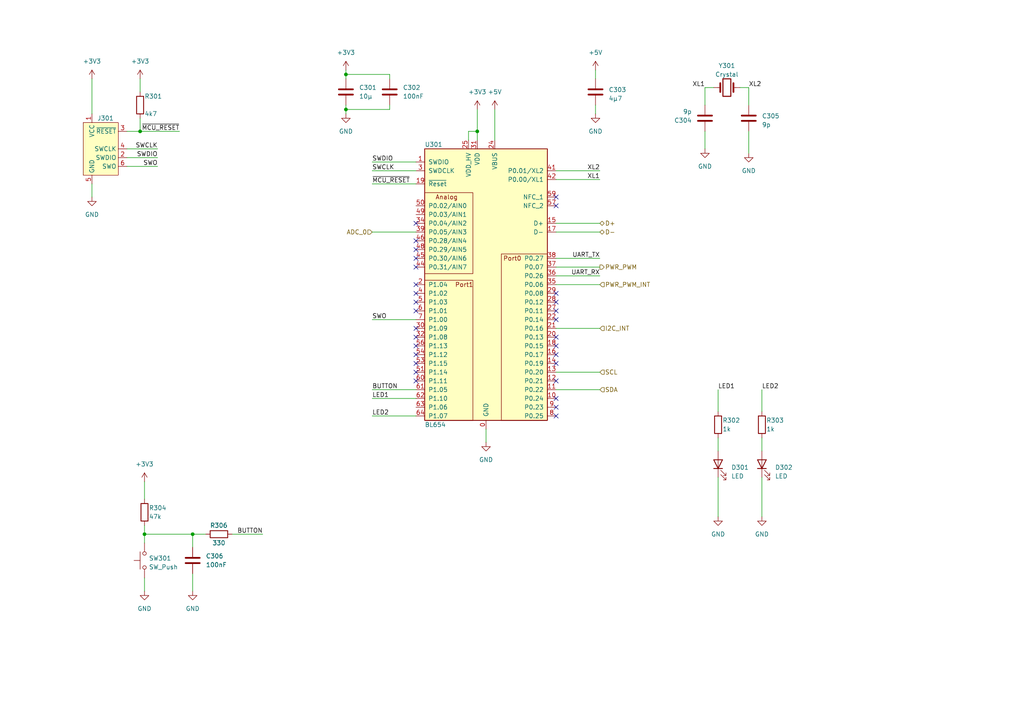
<source format=kicad_sch>
(kicad_sch
	(version 20231120)
	(generator "eeschema")
	(generator_version "8.0")
	(uuid "d0ddeb8e-759f-4e61-939c-35c1d55a0f23")
	(paper "A4")
	(title_block
		(title "Firewaterburn")
		(rev "0.2")
	)
	(lib_symbols
		(symbol "Connector:Conn_ARM_SWD_TagConnect_TC2030"
			(exclude_from_sim no)
			(in_bom no)
			(on_board yes)
			(property "Reference" "J"
				(at 2.54 11.43 0)
				(effects
					(font
						(size 1.27 1.27)
					)
				)
			)
			(property "Value" "Conn_ARM_SWD_TagConnect_TC2030"
				(at 5.08 8.89 0)
				(effects
					(font
						(size 1.27 1.27)
					)
				)
			)
			(property "Footprint" "Connector:Tag-Connect_TC2030-IDC-FP_2x03_P1.27mm_Vertical"
				(at 0 -17.78 0)
				(effects
					(font
						(size 1.27 1.27)
					)
					(hide yes)
				)
			)
			(property "Datasheet" "https://www.tag-connect.com/wp-content/uploads/bsk-pdf-manager/TC2030-CTX_1.pdf"
				(at 0 -15.24 0)
				(effects
					(font
						(size 1.27 1.27)
					)
					(hide yes)
				)
			)
			(property "Description" "Tag-Connect ARM Cortex SWD JTAG connector, 6 pin"
				(at 0 0 0)
				(effects
					(font
						(size 1.27 1.27)
					)
					(hide yes)
				)
			)
			(property "ki_keywords" "Cortex Debug Connector ARM SWD JTAG"
				(at 0 0 0)
				(effects
					(font
						(size 1.27 1.27)
					)
					(hide yes)
				)
			)
			(property "ki_fp_filters" "*TC2030*"
				(at 0 0 0)
				(effects
					(font
						(size 1.27 1.27)
					)
					(hide yes)
				)
			)
			(symbol "Conn_ARM_SWD_TagConnect_TC2030_0_0"
				(pin power_in line
					(at -2.54 10.16 270)
					(length 2.54)
					(name "VCC"
						(effects
							(font
								(size 1.27 1.27)
							)
						)
					)
					(number "1"
						(effects
							(font
								(size 1.27 1.27)
							)
						)
					)
				)
				(pin bidirectional line
					(at 7.62 -2.54 180)
					(length 2.54)
					(name "SWDIO"
						(effects
							(font
								(size 1.27 1.27)
							)
						)
					)
					(number "2"
						(effects
							(font
								(size 1.27 1.27)
							)
						)
					)
					(alternate "TMS" bidirectional line)
				)
				(pin open_collector line
					(at 7.62 5.08 180)
					(length 2.54)
					(name "~{RESET}"
						(effects
							(font
								(size 1.27 1.27)
							)
						)
					)
					(number "3"
						(effects
							(font
								(size 1.27 1.27)
							)
						)
					)
				)
				(pin output line
					(at 7.62 0 180)
					(length 2.54)
					(name "SWCLK"
						(effects
							(font
								(size 1.27 1.27)
							)
						)
					)
					(number "4"
						(effects
							(font
								(size 1.27 1.27)
							)
						)
					)
					(alternate "TCK" output line)
				)
				(pin power_in line
					(at -2.54 -10.16 90)
					(length 2.54)
					(name "GND"
						(effects
							(font
								(size 1.27 1.27)
							)
						)
					)
					(number "5"
						(effects
							(font
								(size 1.27 1.27)
							)
						)
					)
				)
				(pin input line
					(at 7.62 -5.08 180)
					(length 2.54)
					(name "SWO"
						(effects
							(font
								(size 1.27 1.27)
							)
						)
					)
					(number "6"
						(effects
							(font
								(size 1.27 1.27)
							)
						)
					)
					(alternate "TDO" input line)
				)
			)
			(symbol "Conn_ARM_SWD_TagConnect_TC2030_0_1"
				(rectangle
					(start -5.08 7.62)
					(end 5.08 -7.62)
					(stroke
						(width 0)
						(type default)
					)
					(fill
						(type background)
					)
				)
			)
		)
		(symbol "Device:C"
			(pin_numbers hide)
			(pin_names
				(offset 0.254)
			)
			(exclude_from_sim no)
			(in_bom yes)
			(on_board yes)
			(property "Reference" "C"
				(at 0.635 2.54 0)
				(effects
					(font
						(size 1.27 1.27)
					)
					(justify left)
				)
			)
			(property "Value" "C"
				(at 0.635 -2.54 0)
				(effects
					(font
						(size 1.27 1.27)
					)
					(justify left)
				)
			)
			(property "Footprint" ""
				(at 0.9652 -3.81 0)
				(effects
					(font
						(size 1.27 1.27)
					)
					(hide yes)
				)
			)
			(property "Datasheet" "~"
				(at 0 0 0)
				(effects
					(font
						(size 1.27 1.27)
					)
					(hide yes)
				)
			)
			(property "Description" "Unpolarized capacitor"
				(at 0 0 0)
				(effects
					(font
						(size 1.27 1.27)
					)
					(hide yes)
				)
			)
			(property "ki_keywords" "cap capacitor"
				(at 0 0 0)
				(effects
					(font
						(size 1.27 1.27)
					)
					(hide yes)
				)
			)
			(property "ki_fp_filters" "C_*"
				(at 0 0 0)
				(effects
					(font
						(size 1.27 1.27)
					)
					(hide yes)
				)
			)
			(symbol "C_0_1"
				(polyline
					(pts
						(xy -2.032 -0.762) (xy 2.032 -0.762)
					)
					(stroke
						(width 0.508)
						(type default)
					)
					(fill
						(type none)
					)
				)
				(polyline
					(pts
						(xy -2.032 0.762) (xy 2.032 0.762)
					)
					(stroke
						(width 0.508)
						(type default)
					)
					(fill
						(type none)
					)
				)
			)
			(symbol "C_1_1"
				(pin passive line
					(at 0 3.81 270)
					(length 2.794)
					(name "~"
						(effects
							(font
								(size 1.27 1.27)
							)
						)
					)
					(number "1"
						(effects
							(font
								(size 1.27 1.27)
							)
						)
					)
				)
				(pin passive line
					(at 0 -3.81 90)
					(length 2.794)
					(name "~"
						(effects
							(font
								(size 1.27 1.27)
							)
						)
					)
					(number "2"
						(effects
							(font
								(size 1.27 1.27)
							)
						)
					)
				)
			)
		)
		(symbol "Device:Crystal"
			(pin_numbers hide)
			(pin_names
				(offset 1.016) hide)
			(exclude_from_sim no)
			(in_bom yes)
			(on_board yes)
			(property "Reference" "Y"
				(at 0 3.81 0)
				(effects
					(font
						(size 1.27 1.27)
					)
				)
			)
			(property "Value" "Crystal"
				(at 0 -3.81 0)
				(effects
					(font
						(size 1.27 1.27)
					)
				)
			)
			(property "Footprint" ""
				(at 0 0 0)
				(effects
					(font
						(size 1.27 1.27)
					)
					(hide yes)
				)
			)
			(property "Datasheet" "~"
				(at 0 0 0)
				(effects
					(font
						(size 1.27 1.27)
					)
					(hide yes)
				)
			)
			(property "Description" "Two pin crystal"
				(at 0 0 0)
				(effects
					(font
						(size 1.27 1.27)
					)
					(hide yes)
				)
			)
			(property "ki_keywords" "quartz ceramic resonator oscillator"
				(at 0 0 0)
				(effects
					(font
						(size 1.27 1.27)
					)
					(hide yes)
				)
			)
			(property "ki_fp_filters" "Crystal*"
				(at 0 0 0)
				(effects
					(font
						(size 1.27 1.27)
					)
					(hide yes)
				)
			)
			(symbol "Crystal_0_1"
				(rectangle
					(start -1.143 2.54)
					(end 1.143 -2.54)
					(stroke
						(width 0.3048)
						(type default)
					)
					(fill
						(type none)
					)
				)
				(polyline
					(pts
						(xy -2.54 0) (xy -1.905 0)
					)
					(stroke
						(width 0)
						(type default)
					)
					(fill
						(type none)
					)
				)
				(polyline
					(pts
						(xy -1.905 -1.27) (xy -1.905 1.27)
					)
					(stroke
						(width 0.508)
						(type default)
					)
					(fill
						(type none)
					)
				)
				(polyline
					(pts
						(xy 1.905 -1.27) (xy 1.905 1.27)
					)
					(stroke
						(width 0.508)
						(type default)
					)
					(fill
						(type none)
					)
				)
				(polyline
					(pts
						(xy 2.54 0) (xy 1.905 0)
					)
					(stroke
						(width 0)
						(type default)
					)
					(fill
						(type none)
					)
				)
			)
			(symbol "Crystal_1_1"
				(pin passive line
					(at -3.81 0 0)
					(length 1.27)
					(name "1"
						(effects
							(font
								(size 1.27 1.27)
							)
						)
					)
					(number "1"
						(effects
							(font
								(size 1.27 1.27)
							)
						)
					)
				)
				(pin passive line
					(at 3.81 0 180)
					(length 1.27)
					(name "2"
						(effects
							(font
								(size 1.27 1.27)
							)
						)
					)
					(number "2"
						(effects
							(font
								(size 1.27 1.27)
							)
						)
					)
				)
			)
		)
		(symbol "Device:LED"
			(pin_numbers hide)
			(pin_names
				(offset 1.016) hide)
			(exclude_from_sim no)
			(in_bom yes)
			(on_board yes)
			(property "Reference" "D"
				(at 0 2.54 0)
				(effects
					(font
						(size 1.27 1.27)
					)
				)
			)
			(property "Value" "LED"
				(at 0 -2.54 0)
				(effects
					(font
						(size 1.27 1.27)
					)
				)
			)
			(property "Footprint" ""
				(at 0 0 0)
				(effects
					(font
						(size 1.27 1.27)
					)
					(hide yes)
				)
			)
			(property "Datasheet" "~"
				(at 0 0 0)
				(effects
					(font
						(size 1.27 1.27)
					)
					(hide yes)
				)
			)
			(property "Description" "Light emitting diode"
				(at 0 0 0)
				(effects
					(font
						(size 1.27 1.27)
					)
					(hide yes)
				)
			)
			(property "ki_keywords" "LED diode"
				(at 0 0 0)
				(effects
					(font
						(size 1.27 1.27)
					)
					(hide yes)
				)
			)
			(property "ki_fp_filters" "LED* LED_SMD:* LED_THT:*"
				(at 0 0 0)
				(effects
					(font
						(size 1.27 1.27)
					)
					(hide yes)
				)
			)
			(symbol "LED_0_1"
				(polyline
					(pts
						(xy -1.27 -1.27) (xy -1.27 1.27)
					)
					(stroke
						(width 0.254)
						(type default)
					)
					(fill
						(type none)
					)
				)
				(polyline
					(pts
						(xy -1.27 0) (xy 1.27 0)
					)
					(stroke
						(width 0)
						(type default)
					)
					(fill
						(type none)
					)
				)
				(polyline
					(pts
						(xy 1.27 -1.27) (xy 1.27 1.27) (xy -1.27 0) (xy 1.27 -1.27)
					)
					(stroke
						(width 0.254)
						(type default)
					)
					(fill
						(type none)
					)
				)
				(polyline
					(pts
						(xy -3.048 -0.762) (xy -4.572 -2.286) (xy -3.81 -2.286) (xy -4.572 -2.286) (xy -4.572 -1.524)
					)
					(stroke
						(width 0)
						(type default)
					)
					(fill
						(type none)
					)
				)
				(polyline
					(pts
						(xy -1.778 -0.762) (xy -3.302 -2.286) (xy -2.54 -2.286) (xy -3.302 -2.286) (xy -3.302 -1.524)
					)
					(stroke
						(width 0)
						(type default)
					)
					(fill
						(type none)
					)
				)
			)
			(symbol "LED_1_1"
				(pin passive line
					(at -3.81 0 0)
					(length 2.54)
					(name "K"
						(effects
							(font
								(size 1.27 1.27)
							)
						)
					)
					(number "1"
						(effects
							(font
								(size 1.27 1.27)
							)
						)
					)
				)
				(pin passive line
					(at 3.81 0 180)
					(length 2.54)
					(name "A"
						(effects
							(font
								(size 1.27 1.27)
							)
						)
					)
					(number "2"
						(effects
							(font
								(size 1.27 1.27)
							)
						)
					)
				)
			)
		)
		(symbol "Device:R"
			(pin_numbers hide)
			(pin_names
				(offset 0)
			)
			(exclude_from_sim no)
			(in_bom yes)
			(on_board yes)
			(property "Reference" "R"
				(at 2.032 0 90)
				(effects
					(font
						(size 1.27 1.27)
					)
				)
			)
			(property "Value" "R"
				(at 0 0 90)
				(effects
					(font
						(size 1.27 1.27)
					)
				)
			)
			(property "Footprint" ""
				(at -1.778 0 90)
				(effects
					(font
						(size 1.27 1.27)
					)
					(hide yes)
				)
			)
			(property "Datasheet" "~"
				(at 0 0 0)
				(effects
					(font
						(size 1.27 1.27)
					)
					(hide yes)
				)
			)
			(property "Description" "Resistor"
				(at 0 0 0)
				(effects
					(font
						(size 1.27 1.27)
					)
					(hide yes)
				)
			)
			(property "ki_keywords" "R res resistor"
				(at 0 0 0)
				(effects
					(font
						(size 1.27 1.27)
					)
					(hide yes)
				)
			)
			(property "ki_fp_filters" "R_*"
				(at 0 0 0)
				(effects
					(font
						(size 1.27 1.27)
					)
					(hide yes)
				)
			)
			(symbol "R_0_1"
				(rectangle
					(start -1.016 -2.54)
					(end 1.016 2.54)
					(stroke
						(width 0.254)
						(type default)
					)
					(fill
						(type none)
					)
				)
			)
			(symbol "R_1_1"
				(pin passive line
					(at 0 3.81 270)
					(length 1.27)
					(name "~"
						(effects
							(font
								(size 1.27 1.27)
							)
						)
					)
					(number "1"
						(effects
							(font
								(size 1.27 1.27)
							)
						)
					)
				)
				(pin passive line
					(at 0 -3.81 90)
					(length 1.27)
					(name "~"
						(effects
							(font
								(size 1.27 1.27)
							)
						)
					)
					(number "2"
						(effects
							(font
								(size 1.27 1.27)
							)
						)
					)
				)
			)
		)
		(symbol "Switch:SW_Push"
			(pin_numbers hide)
			(pin_names
				(offset 1.016) hide)
			(exclude_from_sim no)
			(in_bom yes)
			(on_board yes)
			(property "Reference" "SW"
				(at 1.27 2.54 0)
				(effects
					(font
						(size 1.27 1.27)
					)
					(justify left)
				)
			)
			(property "Value" "SW_Push"
				(at 0 -1.524 0)
				(effects
					(font
						(size 1.27 1.27)
					)
				)
			)
			(property "Footprint" ""
				(at 0 5.08 0)
				(effects
					(font
						(size 1.27 1.27)
					)
					(hide yes)
				)
			)
			(property "Datasheet" "~"
				(at 0 5.08 0)
				(effects
					(font
						(size 1.27 1.27)
					)
					(hide yes)
				)
			)
			(property "Description" "Push button switch, generic, two pins"
				(at 0 0 0)
				(effects
					(font
						(size 1.27 1.27)
					)
					(hide yes)
				)
			)
			(property "ki_keywords" "switch normally-open pushbutton push-button"
				(at 0 0 0)
				(effects
					(font
						(size 1.27 1.27)
					)
					(hide yes)
				)
			)
			(symbol "SW_Push_0_1"
				(circle
					(center -2.032 0)
					(radius 0.508)
					(stroke
						(width 0)
						(type default)
					)
					(fill
						(type none)
					)
				)
				(polyline
					(pts
						(xy 0 1.27) (xy 0 3.048)
					)
					(stroke
						(width 0)
						(type default)
					)
					(fill
						(type none)
					)
				)
				(polyline
					(pts
						(xy 2.54 1.27) (xy -2.54 1.27)
					)
					(stroke
						(width 0)
						(type default)
					)
					(fill
						(type none)
					)
				)
				(circle
					(center 2.032 0)
					(radius 0.508)
					(stroke
						(width 0)
						(type default)
					)
					(fill
						(type none)
					)
				)
				(pin passive line
					(at -5.08 0 0)
					(length 2.54)
					(name "1"
						(effects
							(font
								(size 1.27 1.27)
							)
						)
					)
					(number "1"
						(effects
							(font
								(size 1.27 1.27)
							)
						)
					)
				)
				(pin passive line
					(at 5.08 0 180)
					(length 2.54)
					(name "2"
						(effects
							(font
								(size 1.27 1.27)
							)
						)
					)
					(number "2"
						(effects
							(font
								(size 1.27 1.27)
							)
						)
					)
				)
			)
		)
		(symbol "mylib_ic:BL654"
			(pin_names
				(offset 1.016)
			)
			(exclude_from_sim no)
			(in_bom yes)
			(on_board yes)
			(property "Reference" "U"
				(at -16.51 43.18 0)
				(effects
					(font
						(size 1.27 1.27)
					)
				)
			)
			(property "Value" "BL654"
				(at 15.24 43.18 0)
				(effects
					(font
						(size 1.27 1.27)
					)
				)
			)
			(property "Footprint" ""
				(at -19.685 -29.21 0)
				(effects
					(font
						(size 1.27 1.27)
					)
					(hide yes)
				)
			)
			(property "Datasheet" "https://www.lairdconnect.com/documentation/datasheet-bl654"
				(at 0 -63.5 0)
				(effects
					(font
						(size 1.27 1.27)
					)
					(hide yes)
				)
			)
			(property "Description" "Bluetooth module"
				(at 0 0 0)
				(effects
					(font
						(size 1.27 1.27)
					)
					(hide yes)
				)
			)
			(property "ki_keywords" "Bluetooth Nordic nRF52840"
				(at 0 0 0)
				(effects
					(font
						(size 1.27 1.27)
					)
					(hide yes)
				)
			)
			(property "ki_fp_filters" "Laird*BL652*"
				(at 0 0 0)
				(effects
					(font
						(size 1.27 1.27)
					)
					(hide yes)
				)
			)
			(symbol "BL654_0_0"
				(rectangle
					(start -17.78 3.81)
					(end -3.81 -36.83)
					(stroke
						(width 0)
						(type default)
					)
					(fill
						(type none)
					)
				)
				(rectangle
					(start 4.445 11.43)
					(end 17.78 -36.83)
					(stroke
						(width 0)
						(type default)
					)
					(fill
						(type none)
					)
				)
				(text "Analog"
					(at -11.43 27.94 0)
					(effects
						(font
							(size 1.27 1.27)
						)
					)
				)
				(text "Port0"
					(at 7.62 10.16 0)
					(effects
						(font
							(size 1.27 1.27)
						)
					)
				)
				(text "Port1"
					(at -6.35 2.54 0)
					(effects
						(font
							(size 1.27 1.27)
						)
					)
				)
			)
			(symbol "BL654_0_1"
				(rectangle
					(start -17.78 29.21)
					(end -3.81 5.715)
					(stroke
						(width 0)
						(type default)
					)
					(fill
						(type none)
					)
				)
				(rectangle
					(start -17.78 41.91)
					(end 17.78 -36.83)
					(stroke
						(width 0.254)
						(type default)
					)
					(fill
						(type background)
					)
				)
			)
			(symbol "BL654_1_1"
				(pin power_in line
					(at 0 -39.37 90)
					(length 2.54)
					(name "GND"
						(effects
							(font
								(size 1.27 1.27)
							)
						)
					)
					(number "0"
						(effects
							(font
								(size 1.27 1.27)
							)
						)
					)
				)
				(pin bidirectional line
					(at -20.32 38.1 0)
					(length 2.54)
					(name "SWDIO"
						(effects
							(font
								(size 1.27 1.27)
							)
						)
					)
					(number "1"
						(effects
							(font
								(size 1.27 1.27)
							)
						)
					)
				)
				(pin bidirectional line
					(at 20.32 -30.48 180)
					(length 2.54)
					(name "P0.24"
						(effects
							(font
								(size 1.27 1.27)
							)
						)
					)
					(number "10"
						(effects
							(font
								(size 1.27 1.27)
							)
						)
					)
				)
				(pin bidirectional line
					(at 20.32 -27.94 180)
					(length 2.54)
					(name "P0.22"
						(effects
							(font
								(size 1.27 1.27)
							)
						)
					)
					(number "11"
						(effects
							(font
								(size 1.27 1.27)
							)
						)
					)
				)
				(pin bidirectional line
					(at 20.32 -25.4 180)
					(length 2.54)
					(name "P0.21"
						(effects
							(font
								(size 1.27 1.27)
							)
						)
					)
					(number "12"
						(effects
							(font
								(size 1.27 1.27)
							)
						)
					)
				)
				(pin bidirectional line
					(at 20.32 -22.86 180)
					(length 2.54)
					(name "P0.20"
						(effects
							(font
								(size 1.27 1.27)
							)
						)
					)
					(number "13"
						(effects
							(font
								(size 1.27 1.27)
							)
						)
					)
				)
				(pin bidirectional line
					(at 20.32 -20.32 180)
					(length 2.54)
					(name "P0.19"
						(effects
							(font
								(size 1.27 1.27)
							)
						)
					)
					(number "14"
						(effects
							(font
								(size 1.27 1.27)
							)
						)
					)
				)
				(pin bidirectional line
					(at 20.32 20.32 180)
					(length 2.54)
					(name "D+"
						(effects
							(font
								(size 1.27 1.27)
							)
						)
					)
					(number "15"
						(effects
							(font
								(size 1.27 1.27)
							)
						)
					)
				)
				(pin bidirectional line
					(at 20.32 -17.78 180)
					(length 2.54)
					(name "P0.17"
						(effects
							(font
								(size 1.27 1.27)
							)
						)
					)
					(number "16"
						(effects
							(font
								(size 1.27 1.27)
							)
						)
					)
				)
				(pin bidirectional line
					(at 20.32 17.78 180)
					(length 2.54)
					(name "D-"
						(effects
							(font
								(size 1.27 1.27)
							)
						)
					)
					(number "17"
						(effects
							(font
								(size 1.27 1.27)
							)
						)
					)
				)
				(pin bidirectional line
					(at 20.32 -15.24 180)
					(length 2.54)
					(name "P0.15"
						(effects
							(font
								(size 1.27 1.27)
							)
						)
					)
					(number "18"
						(effects
							(font
								(size 1.27 1.27)
							)
						)
					)
				)
				(pin input line
					(at -20.32 31.75 0)
					(length 2.54)
					(name "~{Reset}"
						(effects
							(font
								(size 1.27 1.27)
							)
						)
					)
					(number "19"
						(effects
							(font
								(size 1.27 1.27)
							)
						)
					)
				)
				(pin bidirectional line
					(at -20.32 2.54 0)
					(length 2.54)
					(name "P1.04"
						(effects
							(font
								(size 1.27 1.27)
							)
						)
					)
					(number "2"
						(effects
							(font
								(size 1.27 1.27)
							)
						)
					)
				)
				(pin bidirectional line
					(at 20.32 -12.7 180)
					(length 2.54)
					(name "P0.13"
						(effects
							(font
								(size 1.27 1.27)
							)
						)
					)
					(number "20"
						(effects
							(font
								(size 1.27 1.27)
							)
						)
					)
				)
				(pin bidirectional line
					(at 20.32 -10.16 180)
					(length 2.54)
					(name "P0.16"
						(effects
							(font
								(size 1.27 1.27)
							)
						)
					)
					(number "21"
						(effects
							(font
								(size 1.27 1.27)
							)
						)
					)
				)
				(pin bidirectional line
					(at 20.32 -7.62 180)
					(length 2.54)
					(name "P0.14"
						(effects
							(font
								(size 1.27 1.27)
							)
						)
					)
					(number "22"
						(effects
							(font
								(size 1.27 1.27)
							)
						)
					)
				)
				(pin power_in line
					(at 0 -39.37 90)
					(length 2.54) hide
					(name "GND"
						(effects
							(font
								(size 1.27 1.27)
							)
						)
					)
					(number "23"
						(effects
							(font
								(size 1.27 1.27)
							)
						)
					)
				)
				(pin power_in line
					(at 2.54 44.45 270)
					(length 2.54)
					(name "VBUS"
						(effects
							(font
								(size 1.27 1.27)
							)
						)
					)
					(number "24"
						(effects
							(font
								(size 1.27 1.27)
							)
						)
					)
				)
				(pin power_in line
					(at -5.08 44.45 270)
					(length 2.54)
					(name "VDD_HV"
						(effects
							(font
								(size 1.27 1.27)
							)
						)
					)
					(number "25"
						(effects
							(font
								(size 1.27 1.27)
							)
						)
					)
				)
				(pin power_in line
					(at 0 -39.37 90)
					(length 2.54) hide
					(name "GND"
						(effects
							(font
								(size 1.27 1.27)
							)
						)
					)
					(number "26"
						(effects
							(font
								(size 1.27 1.27)
							)
						)
					)
				)
				(pin bidirectional line
					(at 20.32 -5.08 180)
					(length 2.54)
					(name "P0.11"
						(effects
							(font
								(size 1.27 1.27)
							)
						)
					)
					(number "27"
						(effects
							(font
								(size 1.27 1.27)
							)
						)
					)
				)
				(pin bidirectional line
					(at 20.32 -2.54 180)
					(length 2.54)
					(name "P0.12"
						(effects
							(font
								(size 1.27 1.27)
							)
						)
					)
					(number "28"
						(effects
							(font
								(size 1.27 1.27)
							)
						)
					)
				)
				(pin bidirectional line
					(at 20.32 0 180)
					(length 2.54)
					(name "P0.08"
						(effects
							(font
								(size 1.27 1.27)
							)
						)
					)
					(number "29"
						(effects
							(font
								(size 1.27 1.27)
							)
						)
					)
				)
				(pin input line
					(at -20.32 35.56 0)
					(length 2.54)
					(name "SWDCLK"
						(effects
							(font
								(size 1.27 1.27)
							)
						)
					)
					(number "3"
						(effects
							(font
								(size 1.27 1.27)
							)
						)
					)
				)
				(pin bidirectional line
					(at -20.32 -10.16 0)
					(length 2.54)
					(name "P1.09"
						(effects
							(font
								(size 1.27 1.27)
							)
						)
					)
					(number "30"
						(effects
							(font
								(size 1.27 1.27)
							)
						)
					)
				)
				(pin power_in line
					(at -2.54 44.45 270)
					(length 2.54)
					(name "VDD"
						(effects
							(font
								(size 1.27 1.27)
							)
						)
					)
					(number "31"
						(effects
							(font
								(size 1.27 1.27)
							)
						)
					)
				)
				(pin bidirectional line
					(at -20.32 -12.7 0)
					(length 2.54)
					(name "P1.08"
						(effects
							(font
								(size 1.27 1.27)
							)
						)
					)
					(number "32"
						(effects
							(font
								(size 1.27 1.27)
							)
						)
					)
				)
				(pin power_in line
					(at 0 -39.37 90)
					(length 2.54) hide
					(name "GND"
						(effects
							(font
								(size 1.27 1.27)
							)
						)
					)
					(number "33"
						(effects
							(font
								(size 1.27 1.27)
							)
						)
					)
				)
				(pin bidirectional line
					(at -20.32 20.32 0)
					(length 2.54)
					(name "P0.04/AIN2"
						(effects
							(font
								(size 1.27 1.27)
							)
						)
					)
					(number "34"
						(effects
							(font
								(size 1.27 1.27)
							)
						)
					)
				)
				(pin bidirectional line
					(at 20.32 2.54 180)
					(length 2.54)
					(name "P0.06"
						(effects
							(font
								(size 1.27 1.27)
							)
						)
					)
					(number "35"
						(effects
							(font
								(size 1.27 1.27)
							)
						)
					)
				)
				(pin bidirectional line
					(at 20.32 5.08 180)
					(length 2.54)
					(name "P0.26"
						(effects
							(font
								(size 1.27 1.27)
							)
						)
					)
					(number "36"
						(effects
							(font
								(size 1.27 1.27)
							)
						)
					)
				)
				(pin bidirectional line
					(at 20.32 7.62 180)
					(length 2.54)
					(name "P0.07"
						(effects
							(font
								(size 1.27 1.27)
							)
						)
					)
					(number "37"
						(effects
							(font
								(size 1.27 1.27)
							)
						)
					)
				)
				(pin bidirectional line
					(at 20.32 10.16 180)
					(length 2.54)
					(name "P0.27"
						(effects
							(font
								(size 1.27 1.27)
							)
						)
					)
					(number "38"
						(effects
							(font
								(size 1.27 1.27)
							)
						)
					)
				)
				(pin bidirectional line
					(at -20.32 17.78 0)
					(length 2.54)
					(name "P0.05/AIN3"
						(effects
							(font
								(size 1.27 1.27)
							)
						)
					)
					(number "39"
						(effects
							(font
								(size 1.27 1.27)
							)
						)
					)
				)
				(pin bidirectional line
					(at -20.32 0 0)
					(length 2.54)
					(name "P1.02"
						(effects
							(font
								(size 1.27 1.27)
							)
						)
					)
					(number "4"
						(effects
							(font
								(size 1.27 1.27)
							)
						)
					)
				)
				(pin power_in line
					(at 0 -39.37 90)
					(length 2.54) hide
					(name "GND"
						(effects
							(font
								(size 1.27 1.27)
							)
						)
					)
					(number "40"
						(effects
							(font
								(size 1.27 1.27)
							)
						)
					)
				)
				(pin input line
					(at 20.32 35.56 180)
					(length 2.54)
					(name "P0.01/XL2"
						(effects
							(font
								(size 1.27 1.27)
							)
						)
					)
					(number "41"
						(effects
							(font
								(size 1.27 1.27)
							)
						)
					)
				)
				(pin input line
					(at 20.32 33.02 180)
					(length 2.54)
					(name "P0.00/XL1"
						(effects
							(font
								(size 1.27 1.27)
							)
						)
					)
					(number "42"
						(effects
							(font
								(size 1.27 1.27)
							)
						)
					)
				)
				(pin power_in line
					(at 0 -39.37 90)
					(length 2.54) hide
					(name "GND"
						(effects
							(font
								(size 1.27 1.27)
							)
						)
					)
					(number "43"
						(effects
							(font
								(size 1.27 1.27)
							)
						)
					)
				)
				(pin bidirectional line
					(at -20.32 7.62 0)
					(length 2.54)
					(name "P0.31/AIN7"
						(effects
							(font
								(size 1.27 1.27)
							)
						)
					)
					(number "44"
						(effects
							(font
								(size 1.27 1.27)
							)
						)
					)
				)
				(pin bidirectional line
					(at -20.32 10.16 0)
					(length 2.54)
					(name "P0.30/AIN6"
						(effects
							(font
								(size 1.27 1.27)
							)
						)
					)
					(number "45"
						(effects
							(font
								(size 1.27 1.27)
							)
						)
					)
				)
				(pin bidirectional line
					(at -20.32 15.24 0)
					(length 2.54)
					(name "P0.28/AIN4"
						(effects
							(font
								(size 1.27 1.27)
							)
						)
					)
					(number "46"
						(effects
							(font
								(size 1.27 1.27)
							)
						)
					)
				)
				(pin power_in line
					(at 0 -39.37 90)
					(length 2.54) hide
					(name "GND"
						(effects
							(font
								(size 1.27 1.27)
							)
						)
					)
					(number "47"
						(effects
							(font
								(size 1.27 1.27)
							)
						)
					)
				)
				(pin bidirectional line
					(at -20.32 12.7 0)
					(length 2.54)
					(name "P0.29/AIN5"
						(effects
							(font
								(size 1.27 1.27)
							)
						)
					)
					(number "48"
						(effects
							(font
								(size 1.27 1.27)
							)
						)
					)
				)
				(pin bidirectional line
					(at -20.32 22.86 0)
					(length 2.54)
					(name "P0.03/AIN1"
						(effects
							(font
								(size 1.27 1.27)
							)
						)
					)
					(number "49"
						(effects
							(font
								(size 1.27 1.27)
							)
						)
					)
				)
				(pin bidirectional line
					(at -20.32 -2.54 0)
					(length 2.54)
					(name "P1.03"
						(effects
							(font
								(size 1.27 1.27)
							)
						)
					)
					(number "5"
						(effects
							(font
								(size 1.27 1.27)
							)
						)
					)
				)
				(pin bidirectional line
					(at -20.32 25.4 0)
					(length 2.54)
					(name "P0.02/AIN0"
						(effects
							(font
								(size 1.27 1.27)
							)
						)
					)
					(number "50"
						(effects
							(font
								(size 1.27 1.27)
							)
						)
					)
				)
				(pin bidirectional line
					(at -20.32 -22.86 0)
					(length 2.54)
					(name "P1.14"
						(effects
							(font
								(size 1.27 1.27)
							)
						)
					)
					(number "51"
						(effects
							(font
								(size 1.27 1.27)
							)
						)
					)
				)
				(pin power_in line
					(at 0 -39.37 90)
					(length 2.54) hide
					(name "GND"
						(effects
							(font
								(size 1.27 1.27)
							)
						)
					)
					(number "52"
						(effects
							(font
								(size 1.27 1.27)
							)
						)
					)
				)
				(pin bidirectional line
					(at -20.32 -20.32 0)
					(length 2.54)
					(name "P1.15"
						(effects
							(font
								(size 1.27 1.27)
							)
						)
					)
					(number "53"
						(effects
							(font
								(size 1.27 1.27)
							)
						)
					)
				)
				(pin bidirectional line
					(at -20.32 -17.78 0)
					(length 2.54)
					(name "P1.12"
						(effects
							(font
								(size 1.27 1.27)
							)
						)
					)
					(number "54"
						(effects
							(font
								(size 1.27 1.27)
							)
						)
					)
				)
				(pin power_in line
					(at 0 -39.37 90)
					(length 2.54) hide
					(name "GND"
						(effects
							(font
								(size 1.27 1.27)
							)
						)
					)
					(number "55"
						(effects
							(font
								(size 1.27 1.27)
							)
						)
					)
				)
				(pin bidirectional line
					(at -20.32 -15.24 0)
					(length 2.54)
					(name "P1.13"
						(effects
							(font
								(size 1.27 1.27)
							)
						)
					)
					(number "56"
						(effects
							(font
								(size 1.27 1.27)
							)
						)
					)
				)
				(pin bidirectional line
					(at 20.32 25.4 180)
					(length 2.54)
					(name "NFC_2"
						(effects
							(font
								(size 1.27 1.27)
							)
						)
					)
					(number "57"
						(effects
							(font
								(size 1.27 1.27)
							)
						)
					)
				)
				(pin power_in line
					(at 0 -39.37 90)
					(length 2.54) hide
					(name "GND"
						(effects
							(font
								(size 1.27 1.27)
							)
						)
					)
					(number "58"
						(effects
							(font
								(size 1.27 1.27)
							)
						)
					)
				)
				(pin bidirectional line
					(at 20.32 27.94 180)
					(length 2.54)
					(name "NFC_1"
						(effects
							(font
								(size 1.27 1.27)
							)
						)
					)
					(number "59"
						(effects
							(font
								(size 1.27 1.27)
							)
						)
					)
				)
				(pin bidirectional line
					(at -20.32 -5.08 0)
					(length 2.54)
					(name "P1.01"
						(effects
							(font
								(size 1.27 1.27)
							)
						)
					)
					(number "6"
						(effects
							(font
								(size 1.27 1.27)
							)
						)
					)
				)
				(pin bidirectional line
					(at -20.32 -25.4 0)
					(length 2.54)
					(name "P1.11"
						(effects
							(font
								(size 1.27 1.27)
							)
						)
					)
					(number "60"
						(effects
							(font
								(size 1.27 1.27)
							)
						)
					)
				)
				(pin bidirectional line
					(at -20.32 -27.94 0)
					(length 2.54)
					(name "P1.05"
						(effects
							(font
								(size 1.27 1.27)
							)
						)
					)
					(number "61"
						(effects
							(font
								(size 1.27 1.27)
							)
						)
					)
				)
				(pin bidirectional line
					(at -20.32 -30.48 0)
					(length 2.54)
					(name "P1.10"
						(effects
							(font
								(size 1.27 1.27)
							)
						)
					)
					(number "62"
						(effects
							(font
								(size 1.27 1.27)
							)
						)
					)
				)
				(pin bidirectional line
					(at -20.32 -33.02 0)
					(length 2.54)
					(name "P1.06"
						(effects
							(font
								(size 1.27 1.27)
							)
						)
					)
					(number "63"
						(effects
							(font
								(size 1.27 1.27)
							)
						)
					)
				)
				(pin bidirectional line
					(at -20.32 -35.56 0)
					(length 2.54)
					(name "P1.07"
						(effects
							(font
								(size 1.27 1.27)
							)
						)
					)
					(number "64"
						(effects
							(font
								(size 1.27 1.27)
							)
						)
					)
				)
				(pin power_in line
					(at 0 -39.37 90)
					(length 2.54) hide
					(name "GND"
						(effects
							(font
								(size 1.27 1.27)
							)
						)
					)
					(number "65"
						(effects
							(font
								(size 1.27 1.27)
							)
						)
					)
				)
				(pin power_in line
					(at 0 -39.37 90)
					(length 2.54) hide
					(name "GND"
						(effects
							(font
								(size 1.27 1.27)
							)
						)
					)
					(number "66"
						(effects
							(font
								(size 1.27 1.27)
							)
						)
					)
				)
				(pin power_in line
					(at 0 -39.37 90)
					(length 2.54) hide
					(name "GND"
						(effects
							(font
								(size 1.27 1.27)
							)
						)
					)
					(number "67"
						(effects
							(font
								(size 1.27 1.27)
							)
						)
					)
				)
				(pin power_in line
					(at 0 -39.37 90)
					(length 2.54) hide
					(name "GND"
						(effects
							(font
								(size 1.27 1.27)
							)
						)
					)
					(number "68"
						(effects
							(font
								(size 1.27 1.27)
							)
						)
					)
				)
				(pin power_in line
					(at 0 -39.37 90)
					(length 2.54) hide
					(name "GND"
						(effects
							(font
								(size 1.27 1.27)
							)
						)
					)
					(number "69"
						(effects
							(font
								(size 1.27 1.27)
							)
						)
					)
				)
				(pin bidirectional line
					(at -20.32 -7.62 0)
					(length 2.54)
					(name "P1.00"
						(effects
							(font
								(size 1.27 1.27)
							)
						)
					)
					(number "7"
						(effects
							(font
								(size 1.27 1.27)
							)
						)
					)
				)
				(pin power_in line
					(at 0 -39.37 90)
					(length 2.54) hide
					(name "GND"
						(effects
							(font
								(size 1.27 1.27)
							)
						)
					)
					(number "70"
						(effects
							(font
								(size 1.27 1.27)
							)
						)
					)
				)
				(pin power_in line
					(at 0 -39.37 90)
					(length 2.54) hide
					(name "GND"
						(effects
							(font
								(size 1.27 1.27)
							)
						)
					)
					(number "71"
						(effects
							(font
								(size 1.27 1.27)
							)
						)
					)
				)
				(pin bidirectional line
					(at 20.32 -35.56 180)
					(length 2.54)
					(name "P0.25"
						(effects
							(font
								(size 1.27 1.27)
							)
						)
					)
					(number "8"
						(effects
							(font
								(size 1.27 1.27)
							)
						)
					)
				)
				(pin bidirectional line
					(at 20.32 -33.02 180)
					(length 2.54)
					(name "P0.23"
						(effects
							(font
								(size 1.27 1.27)
							)
						)
					)
					(number "9"
						(effects
							(font
								(size 1.27 1.27)
							)
						)
					)
				)
			)
		)
		(symbol "power:+3V3"
			(power)
			(pin_names
				(offset 0)
			)
			(exclude_from_sim no)
			(in_bom yes)
			(on_board yes)
			(property "Reference" "#PWR"
				(at 0 -3.81 0)
				(effects
					(font
						(size 1.27 1.27)
					)
					(hide yes)
				)
			)
			(property "Value" "+3V3"
				(at 0 3.556 0)
				(effects
					(font
						(size 1.27 1.27)
					)
				)
			)
			(property "Footprint" ""
				(at 0 0 0)
				(effects
					(font
						(size 1.27 1.27)
					)
					(hide yes)
				)
			)
			(property "Datasheet" ""
				(at 0 0 0)
				(effects
					(font
						(size 1.27 1.27)
					)
					(hide yes)
				)
			)
			(property "Description" "Power symbol creates a global label with name \"+3V3\""
				(at 0 0 0)
				(effects
					(font
						(size 1.27 1.27)
					)
					(hide yes)
				)
			)
			(property "ki_keywords" "global power"
				(at 0 0 0)
				(effects
					(font
						(size 1.27 1.27)
					)
					(hide yes)
				)
			)
			(symbol "+3V3_0_1"
				(polyline
					(pts
						(xy -0.762 1.27) (xy 0 2.54)
					)
					(stroke
						(width 0)
						(type default)
					)
					(fill
						(type none)
					)
				)
				(polyline
					(pts
						(xy 0 0) (xy 0 2.54)
					)
					(stroke
						(width 0)
						(type default)
					)
					(fill
						(type none)
					)
				)
				(polyline
					(pts
						(xy 0 2.54) (xy 0.762 1.27)
					)
					(stroke
						(width 0)
						(type default)
					)
					(fill
						(type none)
					)
				)
			)
			(symbol "+3V3_1_1"
				(pin power_in line
					(at 0 0 90)
					(length 0) hide
					(name "+3V3"
						(effects
							(font
								(size 1.27 1.27)
							)
						)
					)
					(number "1"
						(effects
							(font
								(size 1.27 1.27)
							)
						)
					)
				)
			)
		)
		(symbol "power:+5V"
			(power)
			(pin_names
				(offset 0)
			)
			(exclude_from_sim no)
			(in_bom yes)
			(on_board yes)
			(property "Reference" "#PWR"
				(at 0 -3.81 0)
				(effects
					(font
						(size 1.27 1.27)
					)
					(hide yes)
				)
			)
			(property "Value" "+5V"
				(at 0 3.556 0)
				(effects
					(font
						(size 1.27 1.27)
					)
				)
			)
			(property "Footprint" ""
				(at 0 0 0)
				(effects
					(font
						(size 1.27 1.27)
					)
					(hide yes)
				)
			)
			(property "Datasheet" ""
				(at 0 0 0)
				(effects
					(font
						(size 1.27 1.27)
					)
					(hide yes)
				)
			)
			(property "Description" "Power symbol creates a global label with name \"+5V\""
				(at 0 0 0)
				(effects
					(font
						(size 1.27 1.27)
					)
					(hide yes)
				)
			)
			(property "ki_keywords" "global power"
				(at 0 0 0)
				(effects
					(font
						(size 1.27 1.27)
					)
					(hide yes)
				)
			)
			(symbol "+5V_0_1"
				(polyline
					(pts
						(xy -0.762 1.27) (xy 0 2.54)
					)
					(stroke
						(width 0)
						(type default)
					)
					(fill
						(type none)
					)
				)
				(polyline
					(pts
						(xy 0 0) (xy 0 2.54)
					)
					(stroke
						(width 0)
						(type default)
					)
					(fill
						(type none)
					)
				)
				(polyline
					(pts
						(xy 0 2.54) (xy 0.762 1.27)
					)
					(stroke
						(width 0)
						(type default)
					)
					(fill
						(type none)
					)
				)
			)
			(symbol "+5V_1_1"
				(pin power_in line
					(at 0 0 90)
					(length 0) hide
					(name "+5V"
						(effects
							(font
								(size 1.27 1.27)
							)
						)
					)
					(number "1"
						(effects
							(font
								(size 1.27 1.27)
							)
						)
					)
				)
			)
		)
		(symbol "power:GND"
			(power)
			(pin_names
				(offset 0)
			)
			(exclude_from_sim no)
			(in_bom yes)
			(on_board yes)
			(property "Reference" "#PWR"
				(at 0 -6.35 0)
				(effects
					(font
						(size 1.27 1.27)
					)
					(hide yes)
				)
			)
			(property "Value" "GND"
				(at 0 -3.81 0)
				(effects
					(font
						(size 1.27 1.27)
					)
				)
			)
			(property "Footprint" ""
				(at 0 0 0)
				(effects
					(font
						(size 1.27 1.27)
					)
					(hide yes)
				)
			)
			(property "Datasheet" ""
				(at 0 0 0)
				(effects
					(font
						(size 1.27 1.27)
					)
					(hide yes)
				)
			)
			(property "Description" "Power symbol creates a global label with name \"GND\" , ground"
				(at 0 0 0)
				(effects
					(font
						(size 1.27 1.27)
					)
					(hide yes)
				)
			)
			(property "ki_keywords" "global power"
				(at 0 0 0)
				(effects
					(font
						(size 1.27 1.27)
					)
					(hide yes)
				)
			)
			(symbol "GND_0_1"
				(polyline
					(pts
						(xy 0 0) (xy 0 -1.27) (xy 1.27 -1.27) (xy 0 -2.54) (xy -1.27 -1.27) (xy 0 -1.27)
					)
					(stroke
						(width 0)
						(type default)
					)
					(fill
						(type none)
					)
				)
			)
			(symbol "GND_1_1"
				(pin power_in line
					(at 0 0 270)
					(length 0) hide
					(name "GND"
						(effects
							(font
								(size 1.27 1.27)
							)
						)
					)
					(number "1"
						(effects
							(font
								(size 1.27 1.27)
							)
						)
					)
				)
			)
		)
	)
	(junction
		(at 138.43 38.1)
		(diameter 0)
		(color 0 0 0 0)
		(uuid "11b72d42-44c1-419f-98d4-ffc591a75f9f")
	)
	(junction
		(at 41.91 154.94)
		(diameter 0)
		(color 0 0 0 0)
		(uuid "16ae76b0-19c0-47e0-bf34-e0938606fd93")
	)
	(junction
		(at 100.33 31.75)
		(diameter 0)
		(color 0 0 0 0)
		(uuid "246d1305-ec86-46ac-b481-6c9ce9c5e9c8")
	)
	(junction
		(at 55.88 154.94)
		(diameter 0)
		(color 0 0 0 0)
		(uuid "78fc5b3d-57d7-4bae-84e7-661e21dd8120")
	)
	(junction
		(at 100.33 21.59)
		(diameter 0)
		(color 0 0 0 0)
		(uuid "7e44939d-1329-4da5-9710-c98fe621e159")
	)
	(junction
		(at 40.64 38.1)
		(diameter 0)
		(color 0 0 0 0)
		(uuid "dd328260-cfb5-4a07-bed1-d5234b65876f")
	)
	(no_connect
		(at 120.65 85.09)
		(uuid "00276033-8fa3-4e10-908d-e8cdbe9821cc")
	)
	(no_connect
		(at 161.29 120.65)
		(uuid "095052a2-cb00-423a-b5e9-34d2dbb03e4e")
	)
	(no_connect
		(at 120.65 100.33)
		(uuid "11a478bb-fb37-4130-9cee-b9fd2a87557d")
	)
	(no_connect
		(at 120.65 82.55)
		(uuid "2d03d475-eb97-4a1a-9c7d-605c9e4ad3d1")
	)
	(no_connect
		(at 120.65 95.25)
		(uuid "2e0538d6-d389-4081-885b-f287659c69c3")
	)
	(no_connect
		(at 161.29 110.49)
		(uuid "39ece9f5-b196-44ba-955a-4e8bda64b804")
	)
	(no_connect
		(at 161.29 100.33)
		(uuid "4032d8c4-8675-4eeb-ba4f-713643f4e1a9")
	)
	(no_connect
		(at 161.29 87.63)
		(uuid "40be562b-f87e-4dda-8a56-5003c0b26a45")
	)
	(no_connect
		(at 120.65 107.95)
		(uuid "468f179c-42fe-4a04-84ad-afbbfd025094")
	)
	(no_connect
		(at 120.65 97.79)
		(uuid "47ba126c-ff71-4eae-8378-08c3ff5669ed")
	)
	(no_connect
		(at 120.65 69.85)
		(uuid "4f9a04f9-b9b3-443f-97b5-0f82a30497aa")
	)
	(no_connect
		(at 161.29 57.15)
		(uuid "56123e4f-1c4b-47aa-b194-e5dd5e7522d0")
	)
	(no_connect
		(at 120.65 74.93)
		(uuid "5f086d6a-bedb-4f6a-a499-aeaa5fb1762c")
	)
	(no_connect
		(at 161.29 105.41)
		(uuid "75daf717-b09d-4459-b89d-02d27ea6f806")
	)
	(no_connect
		(at 120.65 105.41)
		(uuid "78d5e128-64da-4016-8f71-4d924deb0d89")
	)
	(no_connect
		(at 120.65 87.63)
		(uuid "88896f6b-d6da-479d-90e9-e6beaedc47f2")
	)
	(no_connect
		(at 161.29 102.87)
		(uuid "9788063c-108c-4fa1-b6fe-7c23e25afb2e")
	)
	(no_connect
		(at 161.29 59.69)
		(uuid "a889fd9e-6abb-480c-b4e1-1b081bb1f52a")
	)
	(no_connect
		(at 161.29 115.57)
		(uuid "b1d46711-7e23-429c-a3e7-3bfc500b6b9c")
	)
	(no_connect
		(at 161.29 85.09)
		(uuid "b78c4387-bf8f-48ee-a014-49924dc87d5f")
	)
	(no_connect
		(at 120.65 64.77)
		(uuid "ba0ee798-231c-4aef-9b9c-63ed78e220e7")
	)
	(no_connect
		(at 120.65 72.39)
		(uuid "bad85bd4-54a2-41ed-8d0e-5f9f0666cbc6")
	)
	(no_connect
		(at 161.29 90.17)
		(uuid "c2c7aeae-1c7c-44c6-9760-27931831d4ab")
	)
	(no_connect
		(at 161.29 118.11)
		(uuid "cc1ee198-8fc5-46d4-95dc-7124ff7c4f13")
	)
	(no_connect
		(at 161.29 92.71)
		(uuid "de3d04a0-667a-4642-a3d2-00854e0a32f4")
	)
	(no_connect
		(at 120.65 90.17)
		(uuid "e1c6e3d6-22ab-4bf5-a537-19601d9e5016")
	)
	(no_connect
		(at 161.29 97.79)
		(uuid "e38c3bcc-4b8c-4314-ac46-234900317044")
	)
	(no_connect
		(at 120.65 77.47)
		(uuid "f25a72a0-2891-426a-a775-05928407cffd")
	)
	(no_connect
		(at 120.65 110.49)
		(uuid "f7301493-66fc-4c01-9e2a-58a30cf2146b")
	)
	(no_connect
		(at 120.65 102.87)
		(uuid "f7ce3302-dcb9-4f4a-98c3-c0cda62905c2")
	)
	(wire
		(pts
			(xy 100.33 20.32) (xy 100.33 21.59)
		)
		(stroke
			(width 0)
			(type default)
		)
		(uuid "00d7525b-7ec9-4e9b-9cc8-06ef546de3ca")
	)
	(wire
		(pts
			(xy 55.88 166.37) (xy 55.88 171.45)
		)
		(stroke
			(width 0)
			(type default)
		)
		(uuid "0ccc91de-cdb3-4372-b5bf-0bef582be5b8")
	)
	(wire
		(pts
			(xy 107.95 46.99) (xy 120.65 46.99)
		)
		(stroke
			(width 0)
			(type default)
		)
		(uuid "15f63fb4-9f96-41cc-b626-8e62df4a2b56")
	)
	(wire
		(pts
			(xy 113.03 30.48) (xy 113.03 31.75)
		)
		(stroke
			(width 0)
			(type default)
		)
		(uuid "24ae906b-30a0-4a30-801d-05682748d6c7")
	)
	(wire
		(pts
			(xy 40.64 38.1) (xy 52.07 38.1)
		)
		(stroke
			(width 0)
			(type default)
		)
		(uuid "24cb3d08-baa2-4258-af73-65758cfbddf2")
	)
	(wire
		(pts
			(xy 55.88 154.94) (xy 59.69 154.94)
		)
		(stroke
			(width 0)
			(type default)
		)
		(uuid "2676dcf1-a13c-454e-ae73-2a2e7f6f010a")
	)
	(wire
		(pts
			(xy 143.51 31.75) (xy 143.51 40.64)
		)
		(stroke
			(width 0)
			(type default)
		)
		(uuid "2bb6ecb5-d32c-45b6-8b07-8400e0ea7a1d")
	)
	(wire
		(pts
			(xy 207.01 25.4) (xy 204.47 25.4)
		)
		(stroke
			(width 0)
			(type default)
		)
		(uuid "2d915508-003d-4836-85ff-a792663dd20e")
	)
	(wire
		(pts
			(xy 100.33 31.75) (xy 113.03 31.75)
		)
		(stroke
			(width 0)
			(type default)
		)
		(uuid "31ae97bc-fbbe-434f-b982-d4a28c773f2c")
	)
	(wire
		(pts
			(xy 161.29 64.77) (xy 173.99 64.77)
		)
		(stroke
			(width 0)
			(type default)
		)
		(uuid "31b33a9c-318b-4274-812a-0a8cdf03524a")
	)
	(wire
		(pts
			(xy 45.72 43.18) (xy 36.83 43.18)
		)
		(stroke
			(width 0)
			(type default)
		)
		(uuid "386ea571-7813-440d-bc45-4b6624c05382")
	)
	(wire
		(pts
			(xy 41.91 139.7) (xy 41.91 144.78)
		)
		(stroke
			(width 0)
			(type default)
		)
		(uuid "39b11221-c09b-4df5-abe2-842f8979e5f7")
	)
	(wire
		(pts
			(xy 208.28 127) (xy 208.28 130.81)
		)
		(stroke
			(width 0)
			(type default)
		)
		(uuid "3a0d536f-2ee1-46eb-9bd5-18ad1699cd00")
	)
	(wire
		(pts
			(xy 26.67 53.34) (xy 26.67 57.15)
		)
		(stroke
			(width 0)
			(type default)
		)
		(uuid "3c512259-4733-4cd7-9bf9-909d9ce24d91")
	)
	(wire
		(pts
			(xy 107.95 115.57) (xy 120.65 115.57)
		)
		(stroke
			(width 0)
			(type default)
		)
		(uuid "3d6f35c4-0a2e-4638-9b21-30692cd23bc9")
	)
	(wire
		(pts
			(xy 217.17 38.1) (xy 217.17 44.45)
		)
		(stroke
			(width 0)
			(type default)
		)
		(uuid "4811848e-7157-49e1-bea4-8ccb4830276b")
	)
	(wire
		(pts
			(xy 172.72 30.48) (xy 172.72 33.02)
		)
		(stroke
			(width 0)
			(type default)
		)
		(uuid "550048a1-1f40-44c5-b127-ad3bbbb833c7")
	)
	(wire
		(pts
			(xy 100.33 21.59) (xy 113.03 21.59)
		)
		(stroke
			(width 0)
			(type default)
		)
		(uuid "5cf4a2ec-2db7-4442-99de-317e0a7e848d")
	)
	(wire
		(pts
			(xy 36.83 38.1) (xy 40.64 38.1)
		)
		(stroke
			(width 0)
			(type default)
		)
		(uuid "631dfbb8-7ade-4a25-8447-7bff879bc754")
	)
	(wire
		(pts
			(xy 173.99 77.47) (xy 161.29 77.47)
		)
		(stroke
			(width 0)
			(type default)
		)
		(uuid "65b760a0-a2f2-4d62-b3bd-c5ce00a1f2ef")
	)
	(wire
		(pts
			(xy 204.47 38.1) (xy 204.47 43.18)
		)
		(stroke
			(width 0)
			(type default)
		)
		(uuid "667de6d3-a33c-4fac-863c-18169a12e0fc")
	)
	(wire
		(pts
			(xy 220.98 138.43) (xy 220.98 149.86)
		)
		(stroke
			(width 0)
			(type default)
		)
		(uuid "6a90c3e0-2b70-4195-a09e-6a770b491491")
	)
	(wire
		(pts
			(xy 55.88 154.94) (xy 55.88 158.75)
		)
		(stroke
			(width 0)
			(type default)
		)
		(uuid "73ea39b2-cd62-47f2-9180-15cff1e1dc58")
	)
	(wire
		(pts
			(xy 173.99 80.01) (xy 161.29 80.01)
		)
		(stroke
			(width 0)
			(type default)
		)
		(uuid "7491bf34-3209-470a-a831-9d9ae0de5597")
	)
	(wire
		(pts
			(xy 173.99 95.25) (xy 161.29 95.25)
		)
		(stroke
			(width 0)
			(type default)
		)
		(uuid "7571df12-3efe-43c0-bb24-1b217b9ab9c7")
	)
	(wire
		(pts
			(xy 45.72 45.72) (xy 36.83 45.72)
		)
		(stroke
			(width 0)
			(type default)
		)
		(uuid "774c495a-d844-4dbd-a40d-81a4cd1b5f66")
	)
	(wire
		(pts
			(xy 208.28 138.43) (xy 208.28 149.86)
		)
		(stroke
			(width 0)
			(type default)
		)
		(uuid "78b6028e-2a76-4058-9ae6-c7cd6d5e3021")
	)
	(wire
		(pts
			(xy 107.95 67.31) (xy 120.65 67.31)
		)
		(stroke
			(width 0)
			(type default)
		)
		(uuid "7b1c5da7-daa9-4592-b703-be1ac26da45d")
	)
	(wire
		(pts
			(xy 26.67 22.86) (xy 26.67 33.02)
		)
		(stroke
			(width 0)
			(type default)
		)
		(uuid "7bc19def-0a6b-4373-a1fd-addefbc453b5")
	)
	(wire
		(pts
			(xy 161.29 49.53) (xy 173.99 49.53)
		)
		(stroke
			(width 0)
			(type default)
		)
		(uuid "7e424af9-77af-4630-a798-45e9d8f6baba")
	)
	(wire
		(pts
			(xy 208.28 119.38) (xy 208.28 113.03)
		)
		(stroke
			(width 0)
			(type default)
		)
		(uuid "82814ced-3e7b-4e6f-b9cc-9c7f0a5261b8")
	)
	(wire
		(pts
			(xy 100.33 30.48) (xy 100.33 31.75)
		)
		(stroke
			(width 0)
			(type default)
		)
		(uuid "82b35f84-6208-4261-9d2b-d0dabdd0c127")
	)
	(wire
		(pts
			(xy 76.2 154.94) (xy 67.31 154.94)
		)
		(stroke
			(width 0)
			(type default)
		)
		(uuid "87fe45ca-3c94-42dd-b0c6-0f6f37816f2e")
	)
	(wire
		(pts
			(xy 113.03 22.86) (xy 113.03 21.59)
		)
		(stroke
			(width 0)
			(type default)
		)
		(uuid "886c78d9-bc2a-48b1-86c2-632ef8590d3d")
	)
	(wire
		(pts
			(xy 107.95 113.03) (xy 120.65 113.03)
		)
		(stroke
			(width 0)
			(type default)
		)
		(uuid "8c6b60b6-85ae-475d-a09b-27a79a65c889")
	)
	(wire
		(pts
			(xy 138.43 38.1) (xy 138.43 40.64)
		)
		(stroke
			(width 0)
			(type default)
		)
		(uuid "8e70cbf6-29b6-482d-81f1-4f1e33e88fe5")
	)
	(wire
		(pts
			(xy 161.29 67.31) (xy 173.99 67.31)
		)
		(stroke
			(width 0)
			(type default)
		)
		(uuid "916f2a55-3604-4097-a370-53e445d010f1")
	)
	(wire
		(pts
			(xy 135.89 38.1) (xy 138.43 38.1)
		)
		(stroke
			(width 0)
			(type default)
		)
		(uuid "93759221-41ec-4558-90a2-799613863aad")
	)
	(wire
		(pts
			(xy 40.64 22.86) (xy 40.64 26.67)
		)
		(stroke
			(width 0)
			(type default)
		)
		(uuid "9b05a8dd-ce24-41fc-9239-3c872af99756")
	)
	(wire
		(pts
			(xy 173.99 82.55) (xy 161.29 82.55)
		)
		(stroke
			(width 0)
			(type default)
		)
		(uuid "a5fe7bbb-62b0-4d79-a43d-fd2d9ec9a1db")
	)
	(wire
		(pts
			(xy 173.99 107.95) (xy 161.29 107.95)
		)
		(stroke
			(width 0)
			(type default)
		)
		(uuid "a73aa238-dad8-40d3-9925-a4e3dd2a08fa")
	)
	(wire
		(pts
			(xy 41.91 154.94) (xy 41.91 157.48)
		)
		(stroke
			(width 0)
			(type default)
		)
		(uuid "a98a7aac-b7b1-4423-96cc-fbd82c8ccb73")
	)
	(wire
		(pts
			(xy 172.72 20.32) (xy 172.72 22.86)
		)
		(stroke
			(width 0)
			(type default)
		)
		(uuid "b4bdb833-da97-463c-a507-79979c2a6b87")
	)
	(wire
		(pts
			(xy 161.29 52.07) (xy 173.99 52.07)
		)
		(stroke
			(width 0)
			(type default)
		)
		(uuid "bf139b3d-6513-4916-9094-e3613ceddc4a")
	)
	(wire
		(pts
			(xy 220.98 127) (xy 220.98 130.81)
		)
		(stroke
			(width 0)
			(type default)
		)
		(uuid "c06261e3-cd53-4458-89da-c39464a9c53d")
	)
	(wire
		(pts
			(xy 41.91 167.64) (xy 41.91 171.45)
		)
		(stroke
			(width 0)
			(type default)
		)
		(uuid "c1fbfb61-3a89-4159-9400-14aae2b9e26b")
	)
	(wire
		(pts
			(xy 217.17 30.48) (xy 217.17 25.4)
		)
		(stroke
			(width 0)
			(type default)
		)
		(uuid "c3f154ab-7011-43b9-81c9-1e2919369a54")
	)
	(wire
		(pts
			(xy 41.91 154.94) (xy 55.88 154.94)
		)
		(stroke
			(width 0)
			(type default)
		)
		(uuid "c40e7de5-db75-4b0c-baff-203d5c0d39c4")
	)
	(wire
		(pts
			(xy 100.33 31.75) (xy 100.33 33.02)
		)
		(stroke
			(width 0)
			(type default)
		)
		(uuid "c6a72fec-75f6-4e48-b5f2-eecacaeb8970")
	)
	(wire
		(pts
			(xy 107.95 49.53) (xy 120.65 49.53)
		)
		(stroke
			(width 0)
			(type default)
		)
		(uuid "cecdcff6-f8c1-451b-8f96-12f743aa135f")
	)
	(wire
		(pts
			(xy 107.95 120.65) (xy 120.65 120.65)
		)
		(stroke
			(width 0)
			(type default)
		)
		(uuid "d33af2fb-7e58-472a-89f9-405fb7e4394e")
	)
	(wire
		(pts
			(xy 41.91 152.4) (xy 41.91 154.94)
		)
		(stroke
			(width 0)
			(type default)
		)
		(uuid "d62013a8-a170-4f8a-a9a7-ea6200038e61")
	)
	(wire
		(pts
			(xy 140.97 124.46) (xy 140.97 128.27)
		)
		(stroke
			(width 0)
			(type default)
		)
		(uuid "d7af0a99-10e3-481b-b4c8-09df0dbee7a2")
	)
	(wire
		(pts
			(xy 220.98 119.38) (xy 220.98 113.03)
		)
		(stroke
			(width 0)
			(type default)
		)
		(uuid "db8220ce-dd12-4432-bf2f-c48ab43e1a56")
	)
	(wire
		(pts
			(xy 138.43 31.75) (xy 138.43 38.1)
		)
		(stroke
			(width 0)
			(type default)
		)
		(uuid "dc42f869-8650-4b3b-8633-0a2f0a808867")
	)
	(wire
		(pts
			(xy 40.64 34.29) (xy 40.64 38.1)
		)
		(stroke
			(width 0)
			(type default)
		)
		(uuid "df2ff26b-bc0b-44c1-b0a1-f96473e4eebe")
	)
	(wire
		(pts
			(xy 100.33 21.59) (xy 100.33 22.86)
		)
		(stroke
			(width 0)
			(type default)
		)
		(uuid "e5ae02b3-343b-4214-a410-19bbfd03e5e0")
	)
	(wire
		(pts
			(xy 107.95 92.71) (xy 120.65 92.71)
		)
		(stroke
			(width 0)
			(type default)
		)
		(uuid "e6d28101-115a-46ff-a7d8-62c0a169de75")
	)
	(wire
		(pts
			(xy 217.17 25.4) (xy 214.63 25.4)
		)
		(stroke
			(width 0)
			(type default)
		)
		(uuid "e95826a1-3c4e-4c7f-a485-2b9a573b8345")
	)
	(wire
		(pts
			(xy 135.89 40.64) (xy 135.89 38.1)
		)
		(stroke
			(width 0)
			(type default)
		)
		(uuid "ea83aa75-5b74-4ccd-8cd9-e491c711525d")
	)
	(wire
		(pts
			(xy 173.99 113.03) (xy 161.29 113.03)
		)
		(stroke
			(width 0)
			(type default)
		)
		(uuid "eeacf59f-fb92-4775-8d9f-fd8722dcf212")
	)
	(wire
		(pts
			(xy 107.95 53.34) (xy 120.65 53.34)
		)
		(stroke
			(width 0)
			(type default)
		)
		(uuid "f1d4d456-f840-4237-ad1d-22b71372c45e")
	)
	(wire
		(pts
			(xy 45.72 48.26) (xy 36.83 48.26)
		)
		(stroke
			(width 0)
			(type default)
		)
		(uuid "f4f6a538-ea93-4bfe-8602-2b8cd4f54cf7")
	)
	(wire
		(pts
			(xy 204.47 25.4) (xy 204.47 30.48)
		)
		(stroke
			(width 0)
			(type default)
		)
		(uuid "f81d4ec5-b7e3-4d00-b265-7043c07d45c5")
	)
	(wire
		(pts
			(xy 173.99 74.93) (xy 161.29 74.93)
		)
		(stroke
			(width 0)
			(type default)
		)
		(uuid "fddd0aaf-4cf7-4c0c-a66b-451639e46d2c")
	)
	(label "~{MCU_RESET}"
		(at 52.07 38.1 180)
		(fields_autoplaced yes)
		(effects
			(font
				(size 1.27 1.27)
			)
			(justify right bottom)
		)
		(uuid "0ac1cc02-fa85-4b60-8229-acaff9d784c0")
	)
	(label "SWO"
		(at 107.95 92.71 0)
		(fields_autoplaced yes)
		(effects
			(font
				(size 1.27 1.27)
			)
			(justify left bottom)
		)
		(uuid "0b0fed68-b7e4-4d8a-8f06-d41409692cea")
	)
	(label "XL2"
		(at 217.17 25.4 0)
		(fields_autoplaced yes)
		(effects
			(font
				(size 1.27 1.27)
			)
			(justify left bottom)
		)
		(uuid "199b2e6a-713b-41bd-88a3-226cda3ec4dd")
	)
	(label "SWDIO"
		(at 45.72 45.72 180)
		(fields_autoplaced yes)
		(effects
			(font
				(size 1.27 1.27)
			)
			(justify right bottom)
		)
		(uuid "342f1dfc-68e6-4873-a2e3-85529aa9e243")
	)
	(label "LED1"
		(at 208.28 113.03 0)
		(fields_autoplaced yes)
		(effects
			(font
				(size 1.27 1.27)
			)
			(justify left bottom)
		)
		(uuid "395d4ef2-20d7-4465-a264-0da1957ed0ad")
	)
	(label "UART_RX"
		(at 173.99 80.01 180)
		(fields_autoplaced yes)
		(effects
			(font
				(size 1.27 1.27)
			)
			(justify right bottom)
		)
		(uuid "3af4903b-d645-4e20-958c-0b8e086ddcf8")
	)
	(label "XL1"
		(at 173.99 52.07 180)
		(fields_autoplaced yes)
		(effects
			(font
				(size 1.27 1.27)
			)
			(justify right bottom)
		)
		(uuid "4735dd07-eb24-4b9c-8f72-c1ce94642d48")
	)
	(label "SWO"
		(at 45.72 48.26 180)
		(fields_autoplaced yes)
		(effects
			(font
				(size 1.27 1.27)
			)
			(justify right bottom)
		)
		(uuid "47e37a6e-8778-464a-a48e-ce6494a81283")
	)
	(label "XL2"
		(at 173.99 49.53 180)
		(fields_autoplaced yes)
		(effects
			(font
				(size 1.27 1.27)
			)
			(justify right bottom)
		)
		(uuid "5fa66745-d8ad-4c43-8675-c7c4dbb1969b")
	)
	(label "~{MCU_RESET}"
		(at 107.95 53.34 0)
		(fields_autoplaced yes)
		(effects
			(font
				(size 1.27 1.27)
			)
			(justify left bottom)
		)
		(uuid "6418e17a-ca61-4af3-95a0-7bbf91a3205b")
	)
	(label "LED2"
		(at 220.98 113.03 0)
		(fields_autoplaced yes)
		(effects
			(font
				(size 1.27 1.27)
			)
			(justify left bottom)
		)
		(uuid "8004cac5-65f4-453a-b8a6-b2ff95d7169a")
	)
	(label "SWCLK"
		(at 107.95 49.53 0)
		(fields_autoplaced yes)
		(effects
			(font
				(size 1.27 1.27)
			)
			(justify left bottom)
		)
		(uuid "9345941f-678a-47fe-be62-1d376e7704f7")
	)
	(label "XL1"
		(at 204.47 25.4 180)
		(fields_autoplaced yes)
		(effects
			(font
				(size 1.27 1.27)
			)
			(justify right bottom)
		)
		(uuid "a6eb823f-54b1-4004-8038-d1eace6bdeec")
	)
	(label "BUTTON"
		(at 107.95 113.03 0)
		(fields_autoplaced yes)
		(effects
			(font
				(size 1.27 1.27)
			)
			(justify left bottom)
		)
		(uuid "b27fa660-18e5-4d21-9402-0875c98d57de")
	)
	(label "UART_TX"
		(at 173.99 74.93 180)
		(fields_autoplaced yes)
		(effects
			(font
				(size 1.27 1.27)
			)
			(justify right bottom)
		)
		(uuid "b4deeec2-71be-484b-a5de-381ae7dc411b")
	)
	(label "LED1"
		(at 107.95 115.57 0)
		(fields_autoplaced yes)
		(effects
			(font
				(size 1.27 1.27)
			)
			(justify left bottom)
		)
		(uuid "d60d5b02-8571-4c96-859f-9ba24eee03ce")
	)
	(label "BUTTON"
		(at 76.2 154.94 180)
		(fields_autoplaced yes)
		(effects
			(font
				(size 1.27 1.27)
			)
			(justify right bottom)
		)
		(uuid "e3dae36e-3336-4d0b-8fbd-a53af3bd0fd5")
	)
	(label "SWCLK"
		(at 45.72 43.18 180)
		(fields_autoplaced yes)
		(effects
			(font
				(size 1.27 1.27)
			)
			(justify right bottom)
		)
		(uuid "ea14effa-07b0-4f04-9d99-09a3d1d42161")
	)
	(label "SWDIO"
		(at 107.95 46.99 0)
		(fields_autoplaced yes)
		(effects
			(font
				(size 1.27 1.27)
			)
			(justify left bottom)
		)
		(uuid "eccdb710-0889-4de6-a8c5-daf18f0d9efa")
	)
	(label "LED2"
		(at 107.95 120.65 0)
		(fields_autoplaced yes)
		(effects
			(font
				(size 1.27 1.27)
			)
			(justify left bottom)
		)
		(uuid "f143ba0f-1ffe-476f-804c-0b04104f879b")
	)
	(hierarchical_label "SDA"
		(shape input)
		(at 173.99 113.03 0)
		(fields_autoplaced yes)
		(effects
			(font
				(size 1.27 1.27)
			)
			(justify left)
		)
		(uuid "2944313e-8841-4a09-a3c5-75634b337b2d")
	)
	(hierarchical_label "PWR_PWM"
		(shape output)
		(at 173.99 77.47 0)
		(fields_autoplaced yes)
		(effects
			(font
				(size 1.27 1.27)
			)
			(justify left)
		)
		(uuid "38a37e11-fa01-4a20-89f4-8c995e8e2dc4")
	)
	(hierarchical_label "SCL"
		(shape input)
		(at 173.99 107.95 0)
		(fields_autoplaced yes)
		(effects
			(font
				(size 1.27 1.27)
			)
			(justify left)
		)
		(uuid "431dd84f-ffbf-4219-9b90-e46c59745bc4")
	)
	(hierarchical_label "D+"
		(shape bidirectional)
		(at 173.99 64.77 0)
		(fields_autoplaced yes)
		(effects
			(font
				(size 1.27 1.27)
			)
			(justify left)
		)
		(uuid "52e67020-bf74-40a2-b2f3-771de29c4c5c")
	)
	(hierarchical_label "D-"
		(shape bidirectional)
		(at 173.99 67.31 0)
		(fields_autoplaced yes)
		(effects
			(font
				(size 1.27 1.27)
			)
			(justify left)
		)
		(uuid "9aa9d275-8f13-43d6-a30f-28fd1ec2ff05")
	)
	(hierarchical_label "I2C_INT"
		(shape input)
		(at 173.99 95.25 0)
		(fields_autoplaced yes)
		(effects
			(font
				(size 1.27 1.27)
			)
			(justify left)
		)
		(uuid "a32c191e-2065-4ad4-9dae-025b5a65f333")
	)
	(hierarchical_label "ADC_0"
		(shape input)
		(at 107.95 67.31 180)
		(fields_autoplaced yes)
		(effects
			(font
				(size 1.27 1.27)
			)
			(justify right)
		)
		(uuid "cd528143-5ef8-4a05-ae68-c6971dc5705e")
	)
	(hierarchical_label "PWR_PWM_INT"
		(shape input)
		(at 173.99 82.55 0)
		(fields_autoplaced yes)
		(effects
			(font
				(size 1.27 1.27)
			)
			(justify left)
		)
		(uuid "fa894c68-3297-4550-bb20-90f52002c07a")
	)
	(symbol
		(lib_id "power:+3V3")
		(at 41.91 139.7 0)
		(unit 1)
		(exclude_from_sim no)
		(in_bom yes)
		(on_board yes)
		(dnp no)
		(uuid "01e06414-4823-41f7-9886-c6fab3a71581")
		(property "Reference" "#PWR0319"
			(at 41.91 143.51 0)
			(effects
				(font
					(size 1.27 1.27)
				)
				(hide yes)
			)
		)
		(property "Value" "+3V3"
			(at 41.91 134.62 0)
			(effects
				(font
					(size 1.27 1.27)
				)
			)
		)
		(property "Footprint" ""
			(at 41.91 139.7 0)
			(effects
				(font
					(size 1.27 1.27)
				)
				(hide yes)
			)
		)
		(property "Datasheet" ""
			(at 41.91 139.7 0)
			(effects
				(font
					(size 1.27 1.27)
				)
				(hide yes)
			)
		)
		(property "Description" ""
			(at 41.91 139.7 0)
			(effects
				(font
					(size 1.27 1.27)
				)
				(hide yes)
			)
		)
		(pin "1"
			(uuid "f60de1d2-1996-4d79-9396-939de65845c6")
		)
		(instances
			(project "heater"
				(path "/e63e39d7-6ac0-4ffd-8aa3-1841a4541b55/30e6da1a-ec42-41f7-ae0a-ea640aeea44d"
					(reference "#PWR0319")
					(unit 1)
				)
			)
		)
	)
	(symbol
		(lib_id "Device:C")
		(at 55.88 162.56 0)
		(unit 1)
		(exclude_from_sim no)
		(in_bom yes)
		(on_board yes)
		(dnp no)
		(fields_autoplaced yes)
		(uuid "02926bae-2d16-409f-9dd7-9faf4441b693")
		(property "Reference" "C306"
			(at 59.69 161.2899 0)
			(effects
				(font
					(size 1.27 1.27)
				)
				(justify left)
			)
		)
		(property "Value" "100nF"
			(at 59.69 163.8299 0)
			(effects
				(font
					(size 1.27 1.27)
				)
				(justify left)
			)
		)
		(property "Footprint" "Capacitor_SMD:C_0603_1608Metric"
			(at 56.8452 166.37 0)
			(effects
				(font
					(size 1.27 1.27)
				)
				(hide yes)
			)
		)
		(property "Datasheet" "~"
			(at 55.88 162.56 0)
			(effects
				(font
					(size 1.27 1.27)
				)
				(hide yes)
			)
		)
		(property "Description" ""
			(at 55.88 162.56 0)
			(effects
				(font
					(size 1.27 1.27)
				)
				(hide yes)
			)
		)
		(property "Digikey" "1276-1006-1-ND"
			(at 55.88 162.56 0)
			(effects
				(font
					(size 1.27 1.27)
				)
				(hide yes)
			)
		)
		(pin "1"
			(uuid "456ef6d9-2453-43cd-815a-5f572ccc0903")
		)
		(pin "2"
			(uuid "76d8ac03-7175-49ed-be6b-988a1944b25d")
		)
		(instances
			(project "heater"
				(path "/e63e39d7-6ac0-4ffd-8aa3-1841a4541b55/30e6da1a-ec42-41f7-ae0a-ea640aeea44d"
					(reference "C306")
					(unit 1)
				)
			)
		)
	)
	(symbol
		(lib_id "Device:R")
		(at 40.64 30.48 0)
		(unit 1)
		(exclude_from_sim no)
		(in_bom yes)
		(on_board yes)
		(dnp no)
		(uuid "0409116f-43fa-47f6-a624-7220f5a16cff")
		(property "Reference" "R301"
			(at 41.91 27.94 0)
			(effects
				(font
					(size 1.27 1.27)
				)
				(justify left)
			)
		)
		(property "Value" "4k7"
			(at 41.91 33.02 0)
			(effects
				(font
					(size 1.27 1.27)
				)
				(justify left)
			)
		)
		(property "Footprint" "Resistor_SMD:R_0603_1608Metric"
			(at 38.862 30.48 90)
			(effects
				(font
					(size 1.27 1.27)
				)
				(hide yes)
			)
		)
		(property "Datasheet" "~"
			(at 40.64 30.48 0)
			(effects
				(font
					(size 1.27 1.27)
				)
				(hide yes)
			)
		)
		(property "Description" ""
			(at 40.64 30.48 0)
			(effects
				(font
					(size 1.27 1.27)
				)
				(hide yes)
			)
		)
		(property "Digikey" "311-4.70KHRCT-ND"
			(at 40.64 30.48 0)
			(effects
				(font
					(size 1.27 1.27)
				)
				(hide yes)
			)
		)
		(pin "1"
			(uuid "847d3470-da70-40d5-84d8-7cb4d0d88430")
		)
		(pin "2"
			(uuid "82df0bf9-f98a-425c-b0d7-a26f9744a084")
		)
		(instances
			(project "heater"
				(path "/e63e39d7-6ac0-4ffd-8aa3-1841a4541b55/30e6da1a-ec42-41f7-ae0a-ea640aeea44d"
					(reference "R301")
					(unit 1)
				)
			)
		)
	)
	(symbol
		(lib_id "power:GND")
		(at 140.97 128.27 0)
		(unit 1)
		(exclude_from_sim no)
		(in_bom yes)
		(on_board yes)
		(dnp no)
		(fields_autoplaced yes)
		(uuid "0563348a-65d8-4296-a4f1-aabcf8381a3b")
		(property "Reference" "#PWR0314"
			(at 140.97 134.62 0)
			(effects
				(font
					(size 1.27 1.27)
				)
				(hide yes)
			)
		)
		(property "Value" "GND"
			(at 140.97 133.35 0)
			(effects
				(font
					(size 1.27 1.27)
				)
			)
		)
		(property "Footprint" ""
			(at 140.97 128.27 0)
			(effects
				(font
					(size 1.27 1.27)
				)
				(hide yes)
			)
		)
		(property "Datasheet" ""
			(at 140.97 128.27 0)
			(effects
				(font
					(size 1.27 1.27)
				)
				(hide yes)
			)
		)
		(property "Description" ""
			(at 140.97 128.27 0)
			(effects
				(font
					(size 1.27 1.27)
				)
				(hide yes)
			)
		)
		(pin "1"
			(uuid "7130a0d6-5751-448f-bb19-1c039d72e6a6")
		)
		(instances
			(project "heater"
				(path "/e63e39d7-6ac0-4ffd-8aa3-1841a4541b55/30e6da1a-ec42-41f7-ae0a-ea640aeea44d"
					(reference "#PWR0314")
					(unit 1)
				)
			)
		)
	)
	(symbol
		(lib_id "power:GND")
		(at 204.47 43.18 0)
		(unit 1)
		(exclude_from_sim no)
		(in_bom yes)
		(on_board yes)
		(dnp no)
		(fields_autoplaced yes)
		(uuid "0704cc0e-c8a9-4c82-8899-83590c840377")
		(property "Reference" "#PWR0309"
			(at 204.47 49.53 0)
			(effects
				(font
					(size 1.27 1.27)
				)
				(hide yes)
			)
		)
		(property "Value" "GND"
			(at 204.47 48.26 0)
			(effects
				(font
					(size 1.27 1.27)
				)
			)
		)
		(property "Footprint" ""
			(at 204.47 43.18 0)
			(effects
				(font
					(size 1.27 1.27)
				)
				(hide yes)
			)
		)
		(property "Datasheet" ""
			(at 204.47 43.18 0)
			(effects
				(font
					(size 1.27 1.27)
				)
				(hide yes)
			)
		)
		(property "Description" ""
			(at 204.47 43.18 0)
			(effects
				(font
					(size 1.27 1.27)
				)
				(hide yes)
			)
		)
		(pin "1"
			(uuid "bd78757b-051c-442c-8b8b-67cc35a387b2")
		)
		(instances
			(project "heater"
				(path "/e63e39d7-6ac0-4ffd-8aa3-1841a4541b55/30e6da1a-ec42-41f7-ae0a-ea640aeea44d"
					(reference "#PWR0309")
					(unit 1)
				)
			)
		)
	)
	(symbol
		(lib_id "Device:C")
		(at 204.47 34.29 180)
		(unit 1)
		(exclude_from_sim no)
		(in_bom yes)
		(on_board yes)
		(dnp no)
		(uuid "1334ffd1-7e5c-43a9-bb08-2da59b23da52")
		(property "Reference" "C304"
			(at 200.66 34.925 0)
			(effects
				(font
					(size 1.27 1.27)
				)
				(justify left)
			)
		)
		(property "Value" "9p"
			(at 200.66 32.385 0)
			(effects
				(font
					(size 1.27 1.27)
				)
				(justify left)
			)
		)
		(property "Footprint" "Capacitor_SMD:C_0603_1608Metric"
			(at 203.5048 30.48 0)
			(effects
				(font
					(size 1.27 1.27)
				)
				(hide yes)
			)
		)
		(property "Datasheet" "~"
			(at 204.47 34.29 0)
			(effects
				(font
					(size 1.27 1.27)
				)
				(hide yes)
			)
		)
		(property "Description" ""
			(at 204.47 34.29 0)
			(effects
				(font
					(size 1.27 1.27)
				)
				(hide yes)
			)
		)
		(property "Digikey" "445-5627-1-ND"
			(at 204.47 34.29 0)
			(effects
				(font
					(size 1.27 1.27)
				)
				(hide yes)
			)
		)
		(pin "1"
			(uuid "5f9fdf5e-d296-4395-9756-5963596a63c2")
		)
		(pin "2"
			(uuid "d30a3025-7420-46a4-875d-c742356e502f")
		)
		(instances
			(project "heater"
				(path "/e63e39d7-6ac0-4ffd-8aa3-1841a4541b55/30e6da1a-ec42-41f7-ae0a-ea640aeea44d"
					(reference "C304")
					(unit 1)
				)
			)
		)
	)
	(symbol
		(lib_id "power:GND")
		(at 26.67 57.15 0)
		(unit 1)
		(exclude_from_sim no)
		(in_bom yes)
		(on_board yes)
		(dnp no)
		(fields_autoplaced yes)
		(uuid "1f86fb96-1f00-4ace-9d7e-9d4c53a7d609")
		(property "Reference" "#PWR0311"
			(at 26.67 63.5 0)
			(effects
				(font
					(size 1.27 1.27)
				)
				(hide yes)
			)
		)
		(property "Value" "GND"
			(at 26.67 62.23 0)
			(effects
				(font
					(size 1.27 1.27)
				)
			)
		)
		(property "Footprint" ""
			(at 26.67 57.15 0)
			(effects
				(font
					(size 1.27 1.27)
				)
				(hide yes)
			)
		)
		(property "Datasheet" ""
			(at 26.67 57.15 0)
			(effects
				(font
					(size 1.27 1.27)
				)
				(hide yes)
			)
		)
		(property "Description" ""
			(at 26.67 57.15 0)
			(effects
				(font
					(size 1.27 1.27)
				)
				(hide yes)
			)
		)
		(pin "1"
			(uuid "2f63cfd7-0862-486e-b826-32a44e5cb845")
		)
		(instances
			(project "heater"
				(path "/e63e39d7-6ac0-4ffd-8aa3-1841a4541b55/30e6da1a-ec42-41f7-ae0a-ea640aeea44d"
					(reference "#PWR0311")
					(unit 1)
				)
			)
		)
	)
	(symbol
		(lib_id "power:+3V3")
		(at 26.67 22.86 0)
		(unit 1)
		(exclude_from_sim no)
		(in_bom yes)
		(on_board yes)
		(dnp no)
		(uuid "356a7c56-cf01-4bc8-99aa-4b38c005aca4")
		(property "Reference" "#PWR0303"
			(at 26.67 26.67 0)
			(effects
				(font
					(size 1.27 1.27)
				)
				(hide yes)
			)
		)
		(property "Value" "+3V3"
			(at 26.67 17.78 0)
			(effects
				(font
					(size 1.27 1.27)
				)
			)
		)
		(property "Footprint" ""
			(at 26.67 22.86 0)
			(effects
				(font
					(size 1.27 1.27)
				)
				(hide yes)
			)
		)
		(property "Datasheet" ""
			(at 26.67 22.86 0)
			(effects
				(font
					(size 1.27 1.27)
				)
				(hide yes)
			)
		)
		(property "Description" ""
			(at 26.67 22.86 0)
			(effects
				(font
					(size 1.27 1.27)
				)
				(hide yes)
			)
		)
		(pin "1"
			(uuid "32c4d7e3-26ac-43d6-8a6c-6d78da008afd")
		)
		(instances
			(project "heater"
				(path "/e63e39d7-6ac0-4ffd-8aa3-1841a4541b55/30e6da1a-ec42-41f7-ae0a-ea640aeea44d"
					(reference "#PWR0303")
					(unit 1)
				)
			)
		)
	)
	(symbol
		(lib_id "Device:Crystal")
		(at 210.82 25.4 180)
		(unit 1)
		(exclude_from_sim no)
		(in_bom yes)
		(on_board yes)
		(dnp no)
		(fields_autoplaced yes)
		(uuid "3770ef3f-0651-4351-9c9c-494814d76733")
		(property "Reference" "Y301"
			(at 210.82 19.05 0)
			(effects
				(font
					(size 1.27 1.27)
				)
			)
		)
		(property "Value" "Crystal"
			(at 210.82 21.59 0)
			(effects
				(font
					(size 1.27 1.27)
				)
			)
		)
		(property "Footprint" "mylib_ic:CM8V-T1A-2Pin_2.0x1.2mm"
			(at 210.82 25.4 0)
			(effects
				(font
					(size 1.27 1.27)
				)
				(hide yes)
			)
		)
		(property "Datasheet" "~"
			(at 210.82 25.4 0)
			(effects
				(font
					(size 1.27 1.27)
				)
				(hide yes)
			)
		)
		(property "Description" ""
			(at 210.82 25.4 0)
			(effects
				(font
					(size 1.27 1.27)
				)
				(hide yes)
			)
		)
		(property "Digikey" "2195-CM8V-T1A-32.768KHZ-9PF-20PPM-TA-QCCT-ND"
			(at 210.82 25.4 0)
			(effects
				(font
					(size 1.27 1.27)
				)
				(hide yes)
			)
		)
		(pin "1"
			(uuid "11227728-6bac-4a99-a638-f096b70de47a")
		)
		(pin "2"
			(uuid "bd39d2c3-7019-4b54-bdb4-245bc585ce8f")
		)
		(instances
			(project "heater"
				(path "/e63e39d7-6ac0-4ffd-8aa3-1841a4541b55/30e6da1a-ec42-41f7-ae0a-ea640aeea44d"
					(reference "Y301")
					(unit 1)
				)
			)
		)
	)
	(symbol
		(lib_id "Device:C")
		(at 217.17 34.29 0)
		(unit 1)
		(exclude_from_sim no)
		(in_bom yes)
		(on_board yes)
		(dnp no)
		(uuid "40cfd47d-22f0-4f00-9707-9279f127172d")
		(property "Reference" "C305"
			(at 220.98 33.655 0)
			(effects
				(font
					(size 1.27 1.27)
				)
				(justify left)
			)
		)
		(property "Value" "9p"
			(at 220.98 36.195 0)
			(effects
				(font
					(size 1.27 1.27)
				)
				(justify left)
			)
		)
		(property "Footprint" "Capacitor_SMD:C_0603_1608Metric"
			(at 218.1352 38.1 0)
			(effects
				(font
					(size 1.27 1.27)
				)
				(hide yes)
			)
		)
		(property "Datasheet" "~"
			(at 217.17 34.29 0)
			(effects
				(font
					(size 1.27 1.27)
				)
				(hide yes)
			)
		)
		(property "Description" ""
			(at 217.17 34.29 0)
			(effects
				(font
					(size 1.27 1.27)
				)
				(hide yes)
			)
		)
		(property "Digikey" "445-5627-1-ND"
			(at 217.17 34.29 0)
			(effects
				(font
					(size 1.27 1.27)
				)
				(hide yes)
			)
		)
		(pin "1"
			(uuid "0b0d628c-72b3-4fab-b921-5cb65dab2cf5")
		)
		(pin "2"
			(uuid "ecb9c31d-8eaf-4e66-ad3e-62684d91a0fd")
		)
		(instances
			(project "heater"
				(path "/e63e39d7-6ac0-4ffd-8aa3-1841a4541b55/30e6da1a-ec42-41f7-ae0a-ea640aeea44d"
					(reference "C305")
					(unit 1)
				)
			)
		)
	)
	(symbol
		(lib_id "power:+5V")
		(at 143.51 31.75 0)
		(unit 1)
		(exclude_from_sim no)
		(in_bom yes)
		(on_board yes)
		(dnp no)
		(uuid "53509573-13b1-408f-87df-1aaa153cf555")
		(property "Reference" "#PWR0306"
			(at 143.51 35.56 0)
			(effects
				(font
					(size 1.27 1.27)
				)
				(hide yes)
			)
		)
		(property "Value" "+5V"
			(at 143.51 26.67 0)
			(effects
				(font
					(size 1.27 1.27)
				)
			)
		)
		(property "Footprint" ""
			(at 143.51 31.75 0)
			(effects
				(font
					(size 1.27 1.27)
				)
				(hide yes)
			)
		)
		(property "Datasheet" ""
			(at 143.51 31.75 0)
			(effects
				(font
					(size 1.27 1.27)
				)
				(hide yes)
			)
		)
		(property "Description" ""
			(at 143.51 31.75 0)
			(effects
				(font
					(size 1.27 1.27)
				)
				(hide yes)
			)
		)
		(pin "1"
			(uuid "71dfdc66-b270-4441-be61-169426c6cf8d")
		)
		(instances
			(project "heater"
				(path "/e63e39d7-6ac0-4ffd-8aa3-1841a4541b55/30e6da1a-ec42-41f7-ae0a-ea640aeea44d"
					(reference "#PWR0306")
					(unit 1)
				)
			)
		)
	)
	(symbol
		(lib_id "power:GND")
		(at 55.88 171.45 0)
		(unit 1)
		(exclude_from_sim no)
		(in_bom yes)
		(on_board yes)
		(dnp no)
		(fields_autoplaced yes)
		(uuid "5ad6a210-c723-4cc4-ba99-2c903b3a99a2")
		(property "Reference" "#PWR0318"
			(at 55.88 177.8 0)
			(effects
				(font
					(size 1.27 1.27)
				)
				(hide yes)
			)
		)
		(property "Value" "GND"
			(at 55.88 176.53 0)
			(effects
				(font
					(size 1.27 1.27)
				)
			)
		)
		(property "Footprint" ""
			(at 55.88 171.45 0)
			(effects
				(font
					(size 1.27 1.27)
				)
				(hide yes)
			)
		)
		(property "Datasheet" ""
			(at 55.88 171.45 0)
			(effects
				(font
					(size 1.27 1.27)
				)
				(hide yes)
			)
		)
		(property "Description" ""
			(at 55.88 171.45 0)
			(effects
				(font
					(size 1.27 1.27)
				)
				(hide yes)
			)
		)
		(pin "1"
			(uuid "039b3a1a-ecdb-4a75-aed0-ad39ee8d2783")
		)
		(instances
			(project "heater"
				(path "/e63e39d7-6ac0-4ffd-8aa3-1841a4541b55/30e6da1a-ec42-41f7-ae0a-ea640aeea44d"
					(reference "#PWR0318")
					(unit 1)
				)
			)
		)
	)
	(symbol
		(lib_id "Device:LED")
		(at 220.98 134.62 90)
		(unit 1)
		(exclude_from_sim no)
		(in_bom yes)
		(on_board yes)
		(dnp no)
		(fields_autoplaced yes)
		(uuid "6fa5776e-ed44-4aa9-9c07-f235b085f41d")
		(property "Reference" "D302"
			(at 224.79 135.5725 90)
			(effects
				(font
					(size 1.27 1.27)
				)
				(justify right)
			)
		)
		(property "Value" "LED"
			(at 224.79 138.1125 90)
			(effects
				(font
					(size 1.27 1.27)
				)
				(justify right)
			)
		)
		(property "Footprint" "LED_SMD:LED_0603_1608Metric"
			(at 220.98 134.62 0)
			(effects
				(font
					(size 1.27 1.27)
				)
				(hide yes)
			)
		)
		(property "Datasheet" "~"
			(at 220.98 134.62 0)
			(effects
				(font
					(size 1.27 1.27)
				)
				(hide yes)
			)
		)
		(property "Description" ""
			(at 220.98 134.62 0)
			(effects
				(font
					(size 1.27 1.27)
				)
				(hide yes)
			)
		)
		(property "Digikey" "516-HSMS-C197CT-ND"
			(at 220.98 134.62 90)
			(effects
				(font
					(size 1.27 1.27)
				)
				(hide yes)
			)
		)
		(pin "1"
			(uuid "6a0e9324-207d-46a7-9e41-6dc52d4075c7")
		)
		(pin "2"
			(uuid "ea34fe14-1e4c-4a45-823b-2fabc01ab04a")
		)
		(instances
			(project "heater"
				(path "/e63e39d7-6ac0-4ffd-8aa3-1841a4541b55/30e6da1a-ec42-41f7-ae0a-ea640aeea44d"
					(reference "D302")
					(unit 1)
				)
			)
		)
	)
	(symbol
		(lib_id "Connector:Conn_ARM_SWD_TagConnect_TC2030")
		(at 29.21 43.18 0)
		(unit 1)
		(exclude_from_sim no)
		(in_bom no)
		(on_board yes)
		(dnp no)
		(uuid "73555184-85fa-4687-a0c7-49d5f00f10ab")
		(property "Reference" "J301"
			(at 33.02 34.29 0)
			(effects
				(font
					(size 1.27 1.27)
				)
				(justify right)
			)
		)
		(property "Value" "Conn_ARM_SWD_TagConnect_TC2030"
			(at 22.86 45.085 0)
			(effects
				(font
					(size 1.27 1.27)
				)
				(justify right)
				(hide yes)
			)
		)
		(property "Footprint" "Connector:Tag-Connect_TC2030-IDC-FP_2x03_P1.27mm_Vertical"
			(at 29.21 60.96 0)
			(effects
				(font
					(size 1.27 1.27)
				)
				(hide yes)
			)
		)
		(property "Datasheet" "https://www.tag-connect.com/wp-content/uploads/bsk-pdf-manager/TC2030-CTX_1.pdf"
			(at 29.21 58.42 0)
			(effects
				(font
					(size 1.27 1.27)
				)
				(hide yes)
			)
		)
		(property "Description" ""
			(at 29.21 43.18 0)
			(effects
				(font
					(size 1.27 1.27)
				)
				(hide yes)
			)
		)
		(property "Digikey" ""
			(at 29.21 43.18 0)
			(effects
				(font
					(size 1.27 1.27)
				)
				(hide yes)
			)
		)
		(pin "1"
			(uuid "ff9a0d63-1fa5-419e-be88-ee175d9755eb")
		)
		(pin "2"
			(uuid "ead89db8-dca8-4dce-8898-6c73c9af97bf")
		)
		(pin "3"
			(uuid "34e48226-eefb-443d-9eed-21a0a1c56fbe")
		)
		(pin "4"
			(uuid "76006da6-32e0-464d-8f26-7bcabe10848f")
		)
		(pin "5"
			(uuid "bed75b6e-45c2-4396-83d8-d79bef71fd0e")
		)
		(pin "6"
			(uuid "f50eb9b1-9a4e-4699-bfb3-9cf4cd7be4a9")
		)
		(instances
			(project "heater"
				(path "/e63e39d7-6ac0-4ffd-8aa3-1841a4541b55/30e6da1a-ec42-41f7-ae0a-ea640aeea44d"
					(reference "J301")
					(unit 1)
				)
			)
		)
	)
	(symbol
		(lib_id "power:GND")
		(at 220.98 149.86 0)
		(unit 1)
		(exclude_from_sim no)
		(in_bom yes)
		(on_board yes)
		(dnp no)
		(fields_autoplaced yes)
		(uuid "81b934f8-68e5-473b-a28d-b041a594c68b")
		(property "Reference" "#PWR0316"
			(at 220.98 156.21 0)
			(effects
				(font
					(size 1.27 1.27)
				)
				(hide yes)
			)
		)
		(property "Value" "GND"
			(at 220.98 154.94 0)
			(effects
				(font
					(size 1.27 1.27)
				)
			)
		)
		(property "Footprint" ""
			(at 220.98 149.86 0)
			(effects
				(font
					(size 1.27 1.27)
				)
				(hide yes)
			)
		)
		(property "Datasheet" ""
			(at 220.98 149.86 0)
			(effects
				(font
					(size 1.27 1.27)
				)
				(hide yes)
			)
		)
		(property "Description" ""
			(at 220.98 149.86 0)
			(effects
				(font
					(size 1.27 1.27)
				)
				(hide yes)
			)
		)
		(pin "1"
			(uuid "8caacc0a-9ad8-4a40-959c-5006d97b6d9b")
		)
		(instances
			(project "heater"
				(path "/e63e39d7-6ac0-4ffd-8aa3-1841a4541b55/30e6da1a-ec42-41f7-ae0a-ea640aeea44d"
					(reference "#PWR0316")
					(unit 1)
				)
			)
		)
	)
	(symbol
		(lib_id "mylib_ic:BL654")
		(at 140.97 85.09 0)
		(unit 1)
		(exclude_from_sim no)
		(in_bom yes)
		(on_board yes)
		(dnp no)
		(uuid "89b3b52d-35d9-4d7c-9514-162012417f29")
		(property "Reference" "U301"
			(at 123.19 41.91 0)
			(effects
				(font
					(size 1.27 1.27)
				)
				(justify left)
			)
		)
		(property "Value" "BL654"
			(at 123.19 123.19 0)
			(effects
				(font
					(size 1.27 1.27)
				)
				(justify left)
			)
		)
		(property "Footprint" "mylib_ic:BL654-00001"
			(at 140.97 115.57 0)
			(effects
				(font
					(size 1.27 1.27)
				)
				(hide yes)
			)
		)
		(property "Datasheet" "https://www.lairdconnect.com/documentation/datasheet-bl654"
			(at 140.97 139.7 0)
			(effects
				(font
					(size 1.27 1.27)
				)
				(hide yes)
			)
		)
		(property "Description" ""
			(at 140.97 85.09 0)
			(effects
				(font
					(size 1.27 1.27)
				)
				(hide yes)
			)
		)
		(property "Digikey" "451-00001CT-ND"
			(at 140.97 85.09 0)
			(effects
				(font
					(size 1.27 1.27)
				)
				(hide yes)
			)
		)
		(pin "0"
			(uuid "9470575f-fdc4-4fab-ab31-0188a19bbce9")
		)
		(pin "1"
			(uuid "f9ceb330-7026-46f5-b6e0-e7c1c9c2b5bc")
		)
		(pin "10"
			(uuid "74c4ba43-024c-45d4-b556-1911c56b2a0c")
		)
		(pin "11"
			(uuid "d57f83b6-9c69-4bdc-a09b-33673a1a3bac")
		)
		(pin "12"
			(uuid "c373448c-d353-4924-a953-a6c5e6ed2f3c")
		)
		(pin "13"
			(uuid "53a80cb9-292f-4391-bc43-3206df65a519")
		)
		(pin "14"
			(uuid "11d27377-19ed-45bb-bac4-53ff97684776")
		)
		(pin "15"
			(uuid "37c3c9fc-a73e-4448-81a3-4d62ebdd4e5f")
		)
		(pin "16"
			(uuid "28c4ffe3-49bb-4486-99d7-d9a75b9cdb28")
		)
		(pin "17"
			(uuid "b368ecb7-9162-4c85-9d6f-981f3d1189df")
		)
		(pin "18"
			(uuid "39267c4b-8d04-4a33-80c4-0a7da46b6ca4")
		)
		(pin "19"
			(uuid "3cc648a4-89ce-4919-9da4-c37b230bd981")
		)
		(pin "2"
			(uuid "73c99ebb-44e3-47e2-ad23-a814cc4f9ae0")
		)
		(pin "20"
			(uuid "18026e45-d330-45bf-b7d5-1be24e31a7b2")
		)
		(pin "21"
			(uuid "289d326d-f87f-46c6-940c-47ef13f431e4")
		)
		(pin "22"
			(uuid "cf81eb4b-f6a8-4503-ac26-0caaa9a9636a")
		)
		(pin "23"
			(uuid "c3540978-9206-4d9b-81a7-23095aa81bb7")
		)
		(pin "24"
			(uuid "ac2f4953-8471-4a92-9007-fab27fd284c3")
		)
		(pin "25"
			(uuid "217e94f8-219d-4ba3-8752-5714ccfc62a3")
		)
		(pin "26"
			(uuid "67334c31-547a-4ce5-b251-baedf3cd9b57")
		)
		(pin "27"
			(uuid "2572c5fe-8bec-4887-8238-0d82c08d1f33")
		)
		(pin "28"
			(uuid "7c0eb0bc-3961-421c-8540-969aebb72ea2")
		)
		(pin "29"
			(uuid "7d8dde30-9586-4700-b9dc-2a048b7e5563")
		)
		(pin "3"
			(uuid "bd9cb913-50e9-47e0-9279-fccc0965173a")
		)
		(pin "30"
			(uuid "be9656af-83b9-487e-a78b-c64cfe32f072")
		)
		(pin "31"
			(uuid "bf77b901-b587-4024-83de-67669a8b3b0b")
		)
		(pin "32"
			(uuid "a48a4679-23e8-45c7-9a3a-8542099fdc3c")
		)
		(pin "33"
			(uuid "cb1b493c-7c28-4df9-9c97-3a1b503f476f")
		)
		(pin "34"
			(uuid "196efaee-6dc1-4835-8215-13bf1cf9bc2f")
		)
		(pin "35"
			(uuid "f7d293c2-8adc-43a0-a23d-afabacc0165d")
		)
		(pin "36"
			(uuid "f00fbc6b-f12c-4e22-ad8d-a16b64d9664b")
		)
		(pin "37"
			(uuid "7d3d6673-e2d7-4b01-8aea-dad7885d0d09")
		)
		(pin "38"
			(uuid "8257f162-f1d1-4441-9705-04f9c3ee1181")
		)
		(pin "39"
			(uuid "ae5504f3-06cf-44c3-8343-e39c3b0d9aad")
		)
		(pin "4"
			(uuid "100405dd-20b9-4f0b-b95c-f7cc4d798bf3")
		)
		(pin "40"
			(uuid "2ee30bb3-d9d5-4050-b16b-d8fed03f6bfd")
		)
		(pin "41"
			(uuid "46770c49-af79-4c16-8176-ef773b357d53")
		)
		(pin "42"
			(uuid "20d965f9-e9a6-48c9-b67c-7db5378b5253")
		)
		(pin "43"
			(uuid "ef9a5835-8d7e-4b4c-8cdd-b2ae5bf41554")
		)
		(pin "44"
			(uuid "d626ac0f-eaf6-45c0-b4de-12bd207c3513")
		)
		(pin "45"
			(uuid "506e1673-b5ea-415e-bf7e-5c7adf63432e")
		)
		(pin "46"
			(uuid "069ec687-d1cc-4e1c-8960-588051057542")
		)
		(pin "47"
			(uuid "a8539cac-19e0-4831-b002-4afb8dfd6e99")
		)
		(pin "48"
			(uuid "fe867681-47e0-4aa0-9e69-f08f8072bdf7")
		)
		(pin "49"
			(uuid "9c99e769-b4da-4666-abf7-ffef7ac67694")
		)
		(pin "5"
			(uuid "dc8c6252-257a-4f1f-aaa6-1ac114e90f52")
		)
		(pin "50"
			(uuid "a4978e70-b7f6-47a2-a8aa-d6ab5d33688b")
		)
		(pin "51"
			(uuid "f407a257-be1f-471f-baa2-c7525fadf3f7")
		)
		(pin "52"
			(uuid "88815444-757d-4697-8842-ba417dbd0f0b")
		)
		(pin "53"
			(uuid "26ca5039-99ad-42cf-9ab9-6491c6228736")
		)
		(pin "54"
			(uuid "55b60416-e921-4f6b-8da3-628e54869f3c")
		)
		(pin "55"
			(uuid "46b8b2e0-8681-40d1-9ff5-7465e3b12123")
		)
		(pin "56"
			(uuid "f519ef64-ab85-4d5d-9bd1-34f61671563b")
		)
		(pin "57"
			(uuid "9b96745c-97ed-4ce4-aab7-7ee7cede3f6e")
		)
		(pin "58"
			(uuid "a9b24749-f43f-45f9-a9a3-e92bde2a9aa7")
		)
		(pin "59"
			(uuid "ae33f59e-6b27-4379-a8ac-5e43aedf5384")
		)
		(pin "6"
			(uuid "0b862cc9-f64d-4048-ba58-482908fd3722")
		)
		(pin "60"
			(uuid "6d66867e-7673-47e0-9787-bae5d8c8c67c")
		)
		(pin "61"
			(uuid "08a44680-4eb1-4dc1-951e-a4c3647a2e76")
		)
		(pin "62"
			(uuid "e87c7df5-a00a-4edf-8cc5-a3814c8ae4ea")
		)
		(pin "63"
			(uuid "a9ad81f0-72a8-4e64-8a86-7c1ac9078b52")
		)
		(pin "64"
			(uuid "f9e34f12-6de9-4d1f-9af4-80e0817db957")
		)
		(pin "65"
			(uuid "00a27d9a-d8d2-4b5e-b94a-605aa1f007bc")
		)
		(pin "66"
			(uuid "49d91c5b-db81-41b0-aaec-b8018e6d931f")
		)
		(pin "67"
			(uuid "04d59e7d-e25b-47a1-a0cc-1a352b051509")
		)
		(pin "68"
			(uuid "47aa7382-6cd6-4af1-926a-7a4fab0568e5")
		)
		(pin "69"
			(uuid "ed247f0c-d6b2-486d-8709-d385d7dfa1f7")
		)
		(pin "7"
			(uuid "987e6880-98fc-4136-a581-f547382cd538")
		)
		(pin "70"
			(uuid "a5160115-ed1c-41a5-a1c2-f74b2aa167da")
		)
		(pin "71"
			(uuid "fb2fc69b-75f2-42d8-bcc4-4aa064221916")
		)
		(pin "8"
			(uuid "d9a83db5-ddc4-4d4e-96b3-fa84f5635c82")
		)
		(pin "9"
			(uuid "bbd64cbc-ecd2-4f23-a5e5-7980d1e93001")
		)
		(instances
			(project "heater"
				(path "/e63e39d7-6ac0-4ffd-8aa3-1841a4541b55/30e6da1a-ec42-41f7-ae0a-ea640aeea44d"
					(reference "U301")
					(unit 1)
				)
			)
		)
	)
	(symbol
		(lib_id "Device:C")
		(at 113.03 26.67 0)
		(unit 1)
		(exclude_from_sim no)
		(in_bom yes)
		(on_board yes)
		(dnp no)
		(fields_autoplaced yes)
		(uuid "8c890cc9-bbdb-4939-8cd2-185d3c557e30")
		(property "Reference" "C302"
			(at 116.84 25.3999 0)
			(effects
				(font
					(size 1.27 1.27)
				)
				(justify left)
			)
		)
		(property "Value" "100nF"
			(at 116.84 27.9399 0)
			(effects
				(font
					(size 1.27 1.27)
				)
				(justify left)
			)
		)
		(property "Footprint" "Capacitor_SMD:C_0603_1608Metric"
			(at 113.9952 30.48 0)
			(effects
				(font
					(size 1.27 1.27)
				)
				(hide yes)
			)
		)
		(property "Datasheet" "~"
			(at 113.03 26.67 0)
			(effects
				(font
					(size 1.27 1.27)
				)
				(hide yes)
			)
		)
		(property "Description" ""
			(at 113.03 26.67 0)
			(effects
				(font
					(size 1.27 1.27)
				)
				(hide yes)
			)
		)
		(property "Digikey" "1276-1006-1-ND"
			(at 113.03 26.67 0)
			(effects
				(font
					(size 1.27 1.27)
				)
				(hide yes)
			)
		)
		(pin "1"
			(uuid "1981df85-2045-41b5-b0f0-dc39f3884220")
		)
		(pin "2"
			(uuid "6b63500f-cba8-4304-a2ed-a937a97aa8bb")
		)
		(instances
			(project "heater"
				(path "/e63e39d7-6ac0-4ffd-8aa3-1841a4541b55/30e6da1a-ec42-41f7-ae0a-ea640aeea44d"
					(reference "C302")
					(unit 1)
				)
			)
		)
	)
	(symbol
		(lib_id "power:+5V")
		(at 172.72 20.32 0)
		(unit 1)
		(exclude_from_sim no)
		(in_bom yes)
		(on_board yes)
		(dnp no)
		(uuid "8e3df4a0-f964-46df-991d-17967c3c70de")
		(property "Reference" "#PWR0302"
			(at 172.72 24.13 0)
			(effects
				(font
					(size 1.27 1.27)
				)
				(hide yes)
			)
		)
		(property "Value" "+5V"
			(at 172.72 15.24 0)
			(effects
				(font
					(size 1.27 1.27)
				)
			)
		)
		(property "Footprint" ""
			(at 172.72 20.32 0)
			(effects
				(font
					(size 1.27 1.27)
				)
				(hide yes)
			)
		)
		(property "Datasheet" ""
			(at 172.72 20.32 0)
			(effects
				(font
					(size 1.27 1.27)
				)
				(hide yes)
			)
		)
		(property "Description" ""
			(at 172.72 20.32 0)
			(effects
				(font
					(size 1.27 1.27)
				)
				(hide yes)
			)
		)
		(pin "1"
			(uuid "c90f356f-14a1-4f42-a78b-f852c41490fc")
		)
		(instances
			(project "heater"
				(path "/e63e39d7-6ac0-4ffd-8aa3-1841a4541b55/30e6da1a-ec42-41f7-ae0a-ea640aeea44d"
					(reference "#PWR0302")
					(unit 1)
				)
			)
		)
	)
	(symbol
		(lib_id "power:+3V3")
		(at 100.33 20.32 0)
		(unit 1)
		(exclude_from_sim no)
		(in_bom yes)
		(on_board yes)
		(dnp no)
		(uuid "9ce62fc5-6e0d-4995-b8d1-454f06ddf89c")
		(property "Reference" "#PWR0301"
			(at 100.33 24.13 0)
			(effects
				(font
					(size 1.27 1.27)
				)
				(hide yes)
			)
		)
		(property "Value" "+3V3"
			(at 100.33 15.24 0)
			(effects
				(font
					(size 1.27 1.27)
				)
			)
		)
		(property "Footprint" ""
			(at 100.33 20.32 0)
			(effects
				(font
					(size 1.27 1.27)
				)
				(hide yes)
			)
		)
		(property "Datasheet" ""
			(at 100.33 20.32 0)
			(effects
				(font
					(size 1.27 1.27)
				)
				(hide yes)
			)
		)
		(property "Description" ""
			(at 100.33 20.32 0)
			(effects
				(font
					(size 1.27 1.27)
				)
				(hide yes)
			)
		)
		(pin "1"
			(uuid "5430742e-e174-42ba-99f1-b8a98b854b34")
		)
		(instances
			(project "heater"
				(path "/e63e39d7-6ac0-4ffd-8aa3-1841a4541b55/30e6da1a-ec42-41f7-ae0a-ea640aeea44d"
					(reference "#PWR0301")
					(unit 1)
				)
			)
		)
	)
	(symbol
		(lib_id "power:GND")
		(at 41.91 171.45 0)
		(unit 1)
		(exclude_from_sim no)
		(in_bom yes)
		(on_board yes)
		(dnp no)
		(fields_autoplaced yes)
		(uuid "a1634400-366e-486f-b2cf-7ff5f338d18b")
		(property "Reference" "#PWR0317"
			(at 41.91 177.8 0)
			(effects
				(font
					(size 1.27 1.27)
				)
				(hide yes)
			)
		)
		(property "Value" "GND"
			(at 41.91 176.53 0)
			(effects
				(font
					(size 1.27 1.27)
				)
			)
		)
		(property "Footprint" ""
			(at 41.91 171.45 0)
			(effects
				(font
					(size 1.27 1.27)
				)
				(hide yes)
			)
		)
		(property "Datasheet" ""
			(at 41.91 171.45 0)
			(effects
				(font
					(size 1.27 1.27)
				)
				(hide yes)
			)
		)
		(property "Description" ""
			(at 41.91 171.45 0)
			(effects
				(font
					(size 1.27 1.27)
				)
				(hide yes)
			)
		)
		(pin "1"
			(uuid "d4a35158-4605-4716-aabd-35be027e2041")
		)
		(instances
			(project "heater"
				(path "/e63e39d7-6ac0-4ffd-8aa3-1841a4541b55/30e6da1a-ec42-41f7-ae0a-ea640aeea44d"
					(reference "#PWR0317")
					(unit 1)
				)
			)
		)
	)
	(symbol
		(lib_id "Switch:SW_Push")
		(at 41.91 162.56 90)
		(unit 1)
		(exclude_from_sim no)
		(in_bom yes)
		(on_board yes)
		(dnp no)
		(fields_autoplaced yes)
		(uuid "abd1d6f8-3182-4ac5-b266-a188e67379ae")
		(property "Reference" "SW301"
			(at 43.18 161.925 90)
			(effects
				(font
					(size 1.27 1.27)
				)
				(justify right)
			)
		)
		(property "Value" "SW_Push"
			(at 43.18 164.465 90)
			(effects
				(font
					(size 1.27 1.27)
				)
				(justify right)
			)
		)
		(property "Footprint" "Button_Switch_SMD:SW_Push_SPST_NO_Alps_SKRK"
			(at 36.83 162.56 0)
			(effects
				(font
					(size 1.27 1.27)
				)
				(hide yes)
			)
		)
		(property "Datasheet" "~"
			(at 36.83 162.56 0)
			(effects
				(font
					(size 1.27 1.27)
				)
				(hide yes)
			)
		)
		(property "Description" ""
			(at 41.91 162.56 0)
			(effects
				(font
					(size 1.27 1.27)
				)
				(hide yes)
			)
		)
		(pin "1"
			(uuid "93c603bd-0942-4081-bb7d-b584d1afad49")
		)
		(pin "2"
			(uuid "8e698427-4b17-4a7a-abbf-a398b8a917c8")
		)
		(instances
			(project "heater"
				(path "/e63e39d7-6ac0-4ffd-8aa3-1841a4541b55/30e6da1a-ec42-41f7-ae0a-ea640aeea44d"
					(reference "SW301")
					(unit 1)
				)
			)
		)
	)
	(symbol
		(lib_id "Device:C")
		(at 172.72 26.67 0)
		(unit 1)
		(exclude_from_sim no)
		(in_bom yes)
		(on_board yes)
		(dnp no)
		(uuid "c1651226-2ffb-49e1-9d2e-0ed1883037bc")
		(property "Reference" "C303"
			(at 176.53 26.035 0)
			(effects
				(font
					(size 1.27 1.27)
				)
				(justify left)
			)
		)
		(property "Value" "4µ7"
			(at 176.53 28.575 0)
			(effects
				(font
					(size 1.27 1.27)
				)
				(justify left)
			)
		)
		(property "Footprint" "Capacitor_SMD:C_0603_1608Metric"
			(at 173.6852 30.48 0)
			(effects
				(font
					(size 1.27 1.27)
				)
				(hide yes)
			)
		)
		(property "Datasheet" "~"
			(at 172.72 26.67 0)
			(effects
				(font
					(size 1.27 1.27)
				)
				(hide yes)
			)
		)
		(property "Description" ""
			(at 172.72 26.67 0)
			(effects
				(font
					(size 1.27 1.27)
				)
				(hide yes)
			)
		)
		(property "Digikey" "478-06033D475KAT2ACT-ND"
			(at 172.72 26.67 0)
			(effects
				(font
					(size 1.27 1.27)
				)
				(hide yes)
			)
		)
		(pin "1"
			(uuid "12caca78-9122-48b8-a7c5-ae319ba0a560")
		)
		(pin "2"
			(uuid "36be9880-2359-4f1b-9cb8-e1e4980d3691")
		)
		(instances
			(project "heater"
				(path "/e63e39d7-6ac0-4ffd-8aa3-1841a4541b55/30e6da1a-ec42-41f7-ae0a-ea640aeea44d"
					(reference "C303")
					(unit 1)
				)
			)
		)
	)
	(symbol
		(lib_id "Device:R")
		(at 41.91 148.59 180)
		(unit 1)
		(exclude_from_sim no)
		(in_bom yes)
		(on_board yes)
		(dnp no)
		(uuid "c3a56192-a5d7-40b4-bd16-7494d2347912")
		(property "Reference" "R304"
			(at 43.18 147.32 0)
			(effects
				(font
					(size 1.27 1.27)
				)
				(justify right)
			)
		)
		(property "Value" "47k"
			(at 43.18 149.86 0)
			(effects
				(font
					(size 1.27 1.27)
				)
				(justify right)
			)
		)
		(property "Footprint" "Resistor_SMD:R_0603_1608Metric"
			(at 43.688 148.59 90)
			(effects
				(font
					(size 1.27 1.27)
				)
				(hide yes)
			)
		)
		(property "Datasheet" "~"
			(at 41.91 148.59 0)
			(effects
				(font
					(size 1.27 1.27)
				)
				(hide yes)
			)
		)
		(property "Description" ""
			(at 41.91 148.59 0)
			(effects
				(font
					(size 1.27 1.27)
				)
				(hide yes)
			)
		)
		(property "Digikey" ""
			(at 41.91 148.59 0)
			(effects
				(font
					(size 1.27 1.27)
				)
				(hide yes)
			)
		)
		(pin "1"
			(uuid "e1d04028-c1bb-4b9e-9fd9-629057d4e64c")
		)
		(pin "2"
			(uuid "323f1de8-f4cf-4ee4-8b43-9e4e67061ae0")
		)
		(instances
			(project "heater"
				(path "/e63e39d7-6ac0-4ffd-8aa3-1841a4541b55/30e6da1a-ec42-41f7-ae0a-ea640aeea44d"
					(reference "R304")
					(unit 1)
				)
			)
		)
	)
	(symbol
		(lib_id "Device:R")
		(at 208.28 123.19 180)
		(unit 1)
		(exclude_from_sim no)
		(in_bom yes)
		(on_board yes)
		(dnp no)
		(uuid "d81734c0-5304-416a-aca5-d4f85ec4a3fb")
		(property "Reference" "R302"
			(at 209.55 121.92 0)
			(effects
				(font
					(size 1.27 1.27)
				)
				(justify right)
			)
		)
		(property "Value" "1k"
			(at 209.55 124.46 0)
			(effects
				(font
					(size 1.27 1.27)
				)
				(justify right)
			)
		)
		(property "Footprint" "Resistor_SMD:R_0603_1608Metric"
			(at 210.058 123.19 90)
			(effects
				(font
					(size 1.27 1.27)
				)
				(hide yes)
			)
		)
		(property "Datasheet" "~"
			(at 208.28 123.19 0)
			(effects
				(font
					(size 1.27 1.27)
				)
				(hide yes)
			)
		)
		(property "Description" ""
			(at 208.28 123.19 0)
			(effects
				(font
					(size 1.27 1.27)
				)
				(hide yes)
			)
		)
		(property "Digikey" "RNCP0603FTD1K00CT-ND"
			(at 208.28 123.19 0)
			(effects
				(font
					(size 1.27 1.27)
				)
				(hide yes)
			)
		)
		(pin "1"
			(uuid "5eb5e933-9f69-42cf-9608-d7fa3005c05b")
		)
		(pin "2"
			(uuid "3aa07d60-151e-4b0d-8247-3c84bfd1c337")
		)
		(instances
			(project "heater"
				(path "/e63e39d7-6ac0-4ffd-8aa3-1841a4541b55/30e6da1a-ec42-41f7-ae0a-ea640aeea44d"
					(reference "R302")
					(unit 1)
				)
			)
		)
	)
	(symbol
		(lib_id "power:+3V3")
		(at 40.64 22.86 0)
		(unit 1)
		(exclude_from_sim no)
		(in_bom yes)
		(on_board yes)
		(dnp no)
		(uuid "d857b768-c6d8-40e3-a43e-e4f238b2a2c7")
		(property "Reference" "#PWR0304"
			(at 40.64 26.67 0)
			(effects
				(font
					(size 1.27 1.27)
				)
				(hide yes)
			)
		)
		(property "Value" "+3V3"
			(at 40.64 17.78 0)
			(effects
				(font
					(size 1.27 1.27)
				)
			)
		)
		(property "Footprint" ""
			(at 40.64 22.86 0)
			(effects
				(font
					(size 1.27 1.27)
				)
				(hide yes)
			)
		)
		(property "Datasheet" ""
			(at 40.64 22.86 0)
			(effects
				(font
					(size 1.27 1.27)
				)
				(hide yes)
			)
		)
		(property "Description" ""
			(at 40.64 22.86 0)
			(effects
				(font
					(size 1.27 1.27)
				)
				(hide yes)
			)
		)
		(pin "1"
			(uuid "71fed6ba-d7db-4fab-aa61-90510f122dfa")
		)
		(instances
			(project "heater"
				(path "/e63e39d7-6ac0-4ffd-8aa3-1841a4541b55/30e6da1a-ec42-41f7-ae0a-ea640aeea44d"
					(reference "#PWR0304")
					(unit 1)
				)
			)
		)
	)
	(symbol
		(lib_id "Device:C")
		(at 100.33 26.67 0)
		(unit 1)
		(exclude_from_sim no)
		(in_bom yes)
		(on_board yes)
		(dnp no)
		(fields_autoplaced yes)
		(uuid "dd9ea47c-2559-4432-b4d6-ec422686c3c2")
		(property "Reference" "C301"
			(at 104.14 25.3999 0)
			(effects
				(font
					(size 1.27 1.27)
				)
				(justify left)
			)
		)
		(property "Value" "10µ"
			(at 104.14 27.9399 0)
			(effects
				(font
					(size 1.27 1.27)
				)
				(justify left)
			)
		)
		(property "Footprint" "Capacitor_SMD:C_0603_1608Metric"
			(at 101.2952 30.48 0)
			(effects
				(font
					(size 1.27 1.27)
				)
				(hide yes)
			)
		)
		(property "Datasheet" "~"
			(at 100.33 26.67 0)
			(effects
				(font
					(size 1.27 1.27)
				)
				(hide yes)
			)
		)
		(property "Description" ""
			(at 100.33 26.67 0)
			(effects
				(font
					(size 1.27 1.27)
				)
				(hide yes)
			)
		)
		(property "Digikey" "490-18214-1-ND"
			(at 100.33 26.67 0)
			(effects
				(font
					(size 1.27 1.27)
				)
				(hide yes)
			)
		)
		(pin "1"
			(uuid "bbea0973-1826-44b6-926e-e1897bd9a759")
		)
		(pin "2"
			(uuid "0c989636-768d-456b-915a-89a2767219de")
		)
		(instances
			(project "heater"
				(path "/e63e39d7-6ac0-4ffd-8aa3-1841a4541b55/30e6da1a-ec42-41f7-ae0a-ea640aeea44d"
					(reference "C301")
					(unit 1)
				)
			)
		)
	)
	(symbol
		(lib_id "power:GND")
		(at 217.17 44.45 0)
		(unit 1)
		(exclude_from_sim no)
		(in_bom yes)
		(on_board yes)
		(dnp no)
		(fields_autoplaced yes)
		(uuid "e9d9500a-6323-43f1-8445-0cb2b3146f4a")
		(property "Reference" "#PWR0310"
			(at 217.17 50.8 0)
			(effects
				(font
					(size 1.27 1.27)
				)
				(hide yes)
			)
		)
		(property "Value" "GND"
			(at 217.17 49.53 0)
			(effects
				(font
					(size 1.27 1.27)
				)
			)
		)
		(property "Footprint" ""
			(at 217.17 44.45 0)
			(effects
				(font
					(size 1.27 1.27)
				)
				(hide yes)
			)
		)
		(property "Datasheet" ""
			(at 217.17 44.45 0)
			(effects
				(font
					(size 1.27 1.27)
				)
				(hide yes)
			)
		)
		(property "Description" ""
			(at 217.17 44.45 0)
			(effects
				(font
					(size 1.27 1.27)
				)
				(hide yes)
			)
		)
		(pin "1"
			(uuid "43887013-b5c4-4a1c-9b06-7631354970f4")
		)
		(instances
			(project "heater"
				(path "/e63e39d7-6ac0-4ffd-8aa3-1841a4541b55/30e6da1a-ec42-41f7-ae0a-ea640aeea44d"
					(reference "#PWR0310")
					(unit 1)
				)
			)
		)
	)
	(symbol
		(lib_id "Device:R")
		(at 220.98 123.19 180)
		(unit 1)
		(exclude_from_sim no)
		(in_bom yes)
		(on_board yes)
		(dnp no)
		(uuid "ebb8e5e2-d480-4f34-bc70-69dd4ea7155b")
		(property "Reference" "R303"
			(at 222.25 121.92 0)
			(effects
				(font
					(size 1.27 1.27)
				)
				(justify right)
			)
		)
		(property "Value" "1k"
			(at 222.25 124.46 0)
			(effects
				(font
					(size 1.27 1.27)
				)
				(justify right)
			)
		)
		(property "Footprint" "Resistor_SMD:R_0603_1608Metric"
			(at 222.758 123.19 90)
			(effects
				(font
					(size 1.27 1.27)
				)
				(hide yes)
			)
		)
		(property "Datasheet" "~"
			(at 220.98 123.19 0)
			(effects
				(font
					(size 1.27 1.27)
				)
				(hide yes)
			)
		)
		(property "Description" ""
			(at 220.98 123.19 0)
			(effects
				(font
					(size 1.27 1.27)
				)
				(hide yes)
			)
		)
		(property "Digikey" "RNCP0603FTD1K00CT-ND"
			(at 220.98 123.19 0)
			(effects
				(font
					(size 1.27 1.27)
				)
				(hide yes)
			)
		)
		(pin "1"
			(uuid "d5f0688c-fd23-4ce9-a51d-0d18f83b5fc2")
		)
		(pin "2"
			(uuid "391282e3-eec2-4c02-812d-6a478d1e6712")
		)
		(instances
			(project "heater"
				(path "/e63e39d7-6ac0-4ffd-8aa3-1841a4541b55/30e6da1a-ec42-41f7-ae0a-ea640aeea44d"
					(reference "R303")
					(unit 1)
				)
			)
		)
	)
	(symbol
		(lib_id "power:GND")
		(at 172.72 33.02 0)
		(unit 1)
		(exclude_from_sim no)
		(in_bom yes)
		(on_board yes)
		(dnp no)
		(fields_autoplaced yes)
		(uuid "ec42eb81-f5ed-4830-b486-5bbd2a3a89fa")
		(property "Reference" "#PWR0308"
			(at 172.72 39.37 0)
			(effects
				(font
					(size 1.27 1.27)
				)
				(hide yes)
			)
		)
		(property "Value" "GND"
			(at 172.72 38.1 0)
			(effects
				(font
					(size 1.27 1.27)
				)
			)
		)
		(property "Footprint" ""
			(at 172.72 33.02 0)
			(effects
				(font
					(size 1.27 1.27)
				)
				(hide yes)
			)
		)
		(property "Datasheet" ""
			(at 172.72 33.02 0)
			(effects
				(font
					(size 1.27 1.27)
				)
				(hide yes)
			)
		)
		(property "Description" ""
			(at 172.72 33.02 0)
			(effects
				(font
					(size 1.27 1.27)
				)
				(hide yes)
			)
		)
		(pin "1"
			(uuid "4d717575-ff81-4d95-9f2f-9716d0116acb")
		)
		(instances
			(project "heater"
				(path "/e63e39d7-6ac0-4ffd-8aa3-1841a4541b55/30e6da1a-ec42-41f7-ae0a-ea640aeea44d"
					(reference "#PWR0308")
					(unit 1)
				)
			)
		)
	)
	(symbol
		(lib_id "Device:R")
		(at 63.5 154.94 270)
		(unit 1)
		(exclude_from_sim no)
		(in_bom yes)
		(on_board yes)
		(dnp no)
		(uuid "f08f19cd-08b3-4672-8cba-8557c7236fa1")
		(property "Reference" "R306"
			(at 66.04 152.4 90)
			(effects
				(font
					(size 1.27 1.27)
				)
				(justify right)
			)
		)
		(property "Value" "330"
			(at 65.405 157.48 90)
			(effects
				(font
					(size 1.27 1.27)
				)
				(justify right)
			)
		)
		(property "Footprint" "Resistor_SMD:R_0603_1608Metric"
			(at 63.5 153.162 90)
			(effects
				(font
					(size 1.27 1.27)
				)
				(hide yes)
			)
		)
		(property "Datasheet" "~"
			(at 63.5 154.94 0)
			(effects
				(font
					(size 1.27 1.27)
				)
				(hide yes)
			)
		)
		(property "Description" ""
			(at 63.5 154.94 0)
			(effects
				(font
					(size 1.27 1.27)
				)
				(hide yes)
			)
		)
		(property "Digikey" ""
			(at 63.5 154.94 0)
			(effects
				(font
					(size 1.27 1.27)
				)
				(hide yes)
			)
		)
		(pin "1"
			(uuid "a8d769cc-4542-44bb-8518-3ba1348decc7")
		)
		(pin "2"
			(uuid "cec41217-44ae-487a-8be4-f200d90d5514")
		)
		(instances
			(project "heater"
				(path "/e63e39d7-6ac0-4ffd-8aa3-1841a4541b55/30e6da1a-ec42-41f7-ae0a-ea640aeea44d"
					(reference "R306")
					(unit 1)
				)
			)
		)
	)
	(symbol
		(lib_id "power:+3V3")
		(at 138.43 31.75 0)
		(unit 1)
		(exclude_from_sim no)
		(in_bom yes)
		(on_board yes)
		(dnp no)
		(uuid "f24b143d-8373-448d-914a-9510f0663764")
		(property "Reference" "#PWR0305"
			(at 138.43 35.56 0)
			(effects
				(font
					(size 1.27 1.27)
				)
				(hide yes)
			)
		)
		(property "Value" "+3V3"
			(at 138.43 26.67 0)
			(effects
				(font
					(size 1.27 1.27)
				)
			)
		)
		(property "Footprint" ""
			(at 138.43 31.75 0)
			(effects
				(font
					(size 1.27 1.27)
				)
				(hide yes)
			)
		)
		(property "Datasheet" ""
			(at 138.43 31.75 0)
			(effects
				(font
					(size 1.27 1.27)
				)
				(hide yes)
			)
		)
		(property "Description" ""
			(at 138.43 31.75 0)
			(effects
				(font
					(size 1.27 1.27)
				)
				(hide yes)
			)
		)
		(pin "1"
			(uuid "8a7e4261-8aa8-4894-9a82-5add1f5a1d58")
		)
		(instances
			(project "heater"
				(path "/e63e39d7-6ac0-4ffd-8aa3-1841a4541b55/30e6da1a-ec42-41f7-ae0a-ea640aeea44d"
					(reference "#PWR0305")
					(unit 1)
				)
			)
		)
	)
	(symbol
		(lib_id "power:GND")
		(at 208.28 149.86 0)
		(unit 1)
		(exclude_from_sim no)
		(in_bom yes)
		(on_board yes)
		(dnp no)
		(fields_autoplaced yes)
		(uuid "f6873784-24d5-400d-944a-08193ed2196f")
		(property "Reference" "#PWR0315"
			(at 208.28 156.21 0)
			(effects
				(font
					(size 1.27 1.27)
				)
				(hide yes)
			)
		)
		(property "Value" "GND"
			(at 208.28 154.94 0)
			(effects
				(font
					(size 1.27 1.27)
				)
			)
		)
		(property "Footprint" ""
			(at 208.28 149.86 0)
			(effects
				(font
					(size 1.27 1.27)
				)
				(hide yes)
			)
		)
		(property "Datasheet" ""
			(at 208.28 149.86 0)
			(effects
				(font
					(size 1.27 1.27)
				)
				(hide yes)
			)
		)
		(property "Description" ""
			(at 208.28 149.86 0)
			(effects
				(font
					(size 1.27 1.27)
				)
				(hide yes)
			)
		)
		(pin "1"
			(uuid "0e384a56-dcce-482c-bd9b-b2530149c6d7")
		)
		(instances
			(project "heater"
				(path "/e63e39d7-6ac0-4ffd-8aa3-1841a4541b55/30e6da1a-ec42-41f7-ae0a-ea640aeea44d"
					(reference "#PWR0315")
					(unit 1)
				)
			)
		)
	)
	(symbol
		(lib_id "Device:LED")
		(at 208.28 134.62 90)
		(unit 1)
		(exclude_from_sim no)
		(in_bom yes)
		(on_board yes)
		(dnp no)
		(fields_autoplaced yes)
		(uuid "f69bec03-27a5-4733-a5f7-ccd6db417fc3")
		(property "Reference" "D301"
			(at 212.09 135.5725 90)
			(effects
				(font
					(size 1.27 1.27)
				)
				(justify right)
			)
		)
		(property "Value" "LED"
			(at 212.09 138.1125 90)
			(effects
				(font
					(size 1.27 1.27)
				)
				(justify right)
			)
		)
		(property "Footprint" "LED_SMD:LED_0603_1608Metric"
			(at 208.28 134.62 0)
			(effects
				(font
					(size 1.27 1.27)
				)
				(hide yes)
			)
		)
		(property "Datasheet" "~"
			(at 208.28 134.62 0)
			(effects
				(font
					(size 1.27 1.27)
				)
				(hide yes)
			)
		)
		(property "Description" ""
			(at 208.28 134.62 0)
			(effects
				(font
					(size 1.27 1.27)
				)
				(hide yes)
			)
		)
		(property "Digikey" "516-HSMS-C197CT-ND"
			(at 208.28 134.62 90)
			(effects
				(font
					(size 1.27 1.27)
				)
				(hide yes)
			)
		)
		(pin "1"
			(uuid "d3ea3186-eaa8-4b8a-bca6-7ae3da0bfb3e")
		)
		(pin "2"
			(uuid "41ace8f8-c078-4ede-bb3e-9770c201302f")
		)
		(instances
			(project "heater"
				(path "/e63e39d7-6ac0-4ffd-8aa3-1841a4541b55/30e6da1a-ec42-41f7-ae0a-ea640aeea44d"
					(reference "D301")
					(unit 1)
				)
			)
		)
	)
	(symbol
		(lib_id "power:GND")
		(at 100.33 33.02 0)
		(unit 1)
		(exclude_from_sim no)
		(in_bom yes)
		(on_board yes)
		(dnp no)
		(fields_autoplaced yes)
		(uuid "fc4a6df4-eb9f-4a69-b394-ca78f1370f0c")
		(property "Reference" "#PWR0307"
			(at 100.33 39.37 0)
			(effects
				(font
					(size 1.27 1.27)
				)
				(hide yes)
			)
		)
		(property "Value" "GND"
			(at 100.33 38.1 0)
			(effects
				(font
					(size 1.27 1.27)
				)
			)
		)
		(property "Footprint" ""
			(at 100.33 33.02 0)
			(effects
				(font
					(size 1.27 1.27)
				)
				(hide yes)
			)
		)
		(property "Datasheet" ""
			(at 100.33 33.02 0)
			(effects
				(font
					(size 1.27 1.27)
				)
				(hide yes)
			)
		)
		(property "Description" ""
			(at 100.33 33.02 0)
			(effects
				(font
					(size 1.27 1.27)
				)
				(hide yes)
			)
		)
		(pin "1"
			(uuid "2e85bb2b-c065-40af-bdad-b5942eb41e48")
		)
		(instances
			(project "heater"
				(path "/e63e39d7-6ac0-4ffd-8aa3-1841a4541b55/30e6da1a-ec42-41f7-ae0a-ea640aeea44d"
					(reference "#PWR0307")
					(unit 1)
				)
			)
		)
	)
)
</source>
